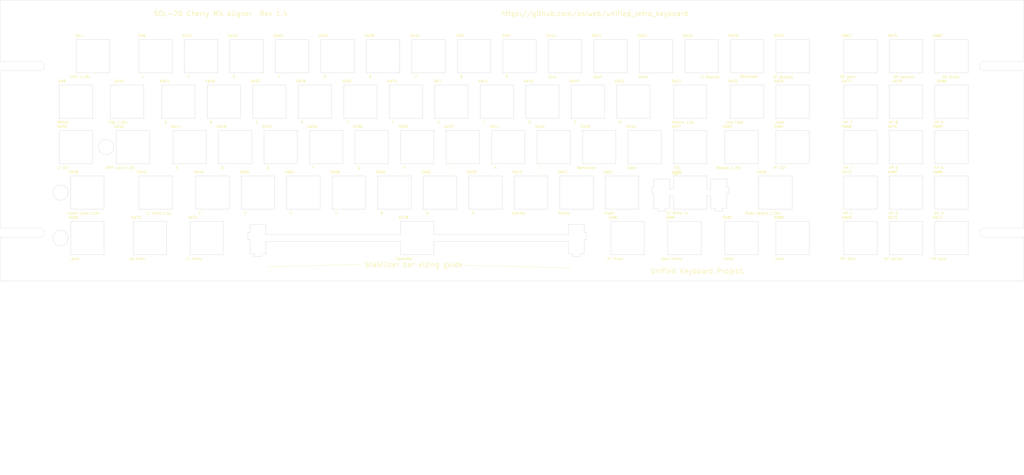
<source format=kicad_pcb>
(kicad_pcb (version 20171130) (host pcbnew "(5.1.6-0-10_14)")

  (general
    (thickness 1.6)
    (drawings 30)
    (tracks 0)
    (zones 0)
    (modules 96)
    (nets 1)
  )

  (page C)
  (title_block
    (title "Unified Retro Keyboard")
    (date 2019-08-25)
    (rev 1.1)
    (company OSIWeb.org)
    (comment 1 "Key aligner - Cherry")
  )

  (layers
    (0 F.Cu signal)
    (31 B.Cu signal)
    (32 B.Adhes user)
    (33 F.Adhes user)
    (34 B.Paste user)
    (35 F.Paste user)
    (36 B.SilkS user)
    (37 F.SilkS user)
    (38 B.Mask user)
    (39 F.Mask user)
    (40 Dwgs.User user)
    (41 Cmts.User user)
    (42 Eco1.User user)
    (43 Eco2.User user)
    (44 Edge.Cuts user)
    (45 Margin user)
    (46 B.CrtYd user)
    (47 F.CrtYd user)
    (48 B.Fab user)
    (49 F.Fab user)
  )

  (setup
    (last_trace_width 0.254)
    (user_trace_width 0.254)
    (user_trace_width 0.508)
    (user_trace_width 1.27)
    (trace_clearance 0.2)
    (zone_clearance 0.508)
    (zone_45_only no)
    (trace_min 0.2)
    (via_size 0.8128)
    (via_drill 0.4064)
    (via_min_size 0.4)
    (via_min_drill 0.3)
    (user_via 1.27 0.7112)
    (uvia_size 0.3048)
    (uvia_drill 0.1016)
    (uvias_allowed no)
    (uvia_min_size 0.2)
    (uvia_min_drill 0.1)
    (edge_width 0.05)
    (segment_width 0.2)
    (pcb_text_width 0.3)
    (pcb_text_size 1.5 1.5)
    (mod_edge_width 0.12)
    (mod_text_size 1 1)
    (mod_text_width 0.15)
    (pad_size 1.5875 1.5875)
    (pad_drill 1.5875)
    (pad_to_mask_clearance 0)
    (aux_axis_origin 61.4172 179.1081)
    (grid_origin 76.835 223.393)
    (visible_elements 7FFFEFFF)
    (pcbplotparams
      (layerselection 0x010fc_ffffffff)
      (usegerberextensions false)
      (usegerberattributes false)
      (usegerberadvancedattributes false)
      (creategerberjobfile false)
      (excludeedgelayer true)
      (linewidth 0.100000)
      (plotframeref false)
      (viasonmask false)
      (mode 1)
      (useauxorigin false)
      (hpglpennumber 1)
      (hpglpenspeed 20)
      (hpglpendiameter 15.000000)
      (psnegative false)
      (psa4output false)
      (plotreference true)
      (plotvalue true)
      (plotinvisibletext false)
      (padsonsilk false)
      (subtractmaskfromsilk false)
      (outputformat 1)
      (mirror false)
      (drillshape 0)
      (scaleselection 1)
      (outputdirectory "outputs"))
  )

  (net 0 "")

  (net_class Default "This is the default net class."
    (clearance 0.2)
    (trace_width 0.254)
    (via_dia 0.8128)
    (via_drill 0.4064)
    (uvia_dia 0.3048)
    (uvia_drill 0.1016)
    (diff_pair_width 0.2032)
    (diff_pair_gap 0.254)
  )

  (net_class power1 ""
    (clearance 0.254)
    (trace_width 1.27)
    (via_dia 1.27)
    (via_drill 0.7112)
    (uvia_dia 0.3048)
    (uvia_drill 0.1016)
    (diff_pair_width 0.2032)
    (diff_pair_gap 0.254)
  )

  (net_class signal ""
    (clearance 0.2032)
    (trace_width 0.254)
    (via_dia 0.8128)
    (via_drill 0.4064)
    (uvia_dia 0.3048)
    (uvia_drill 0.1016)
    (diff_pair_width 0.2032)
    (diff_pair_gap 0.254)
  )

  (module MountingHole:MountingHole_2.1mm (layer F.Cu) (tedit 5EDE6DCA) (tstamp 5EDE8AAF)
    (at 318.19342 219.21978)
    (descr "Mounting Hole 2.1mm, no annular")
    (tags "mounting hole 2.1mm no annular")
    (attr virtual)
    (fp_text reference REF** (at 0 -3.2) (layer F.SilkS) hide
      (effects (font (size 1 1) (thickness 0.15)))
    )
    (fp_text value "Stabilizer sizing hole" (at 0 3.2) (layer F.Fab)
      (effects (font (size 1 1) (thickness 0.15)))
    )
    (fp_text user Hole** (at 0.3 -2.54) (layer F.Fab)
      (effects (font (size 1 1) (thickness 0.15)))
    )
    (pad "" np_thru_hole circle (at 0 0) (size 1.5875 1.5875) (drill 1.5875) (layers *.Cu *.Mask))
  )

  (module MountingHole:MountingHole_2.1mm (layer F.Cu) (tedit 5EDE6DCA) (tstamp 5EDE8A15)
    (at 184.84342 219.21978)
    (descr "Mounting Hole 2.1mm, no annular")
    (tags "mounting hole 2.1mm no annular")
    (attr virtual)
    (fp_text reference REF** (at 0 -3.2) (layer F.SilkS) hide
      (effects (font (size 1 1) (thickness 0.15)))
    )
    (fp_text value "Stabilizer sizing hole" (at 0 3.2) (layer F.Fab)
      (effects (font (size 1 1) (thickness 0.15)))
    )
    (fp_text user Hole** (at 0.3 -2.54) (layer F.Fab)
      (effects (font (size 1 1) (thickness 0.15)))
    )
    (pad "" np_thru_hole circle (at 0 0) (size 1.5875 1.5875) (drill 1.5875) (layers *.Cu *.Mask))
  )

  (module unikbd:MX_2u_aligner locked (layer F.Cu) (tedit 5E8CCCF3) (tstamp 5E12D3B8)
    (at 365.75238 187.74156)
    (path /5BC3E99D/5BC6D0C2)
    (fp_text reference SW55 (at -5.7912 -8.6106) (layer F.SilkS)
      (effects (font (size 1 1) (thickness 0.15)))
    )
    (fp_text value "RT Shift: 2x" (at -5.334 8.6614) (layer F.SilkS)
      (effects (font (size 1 1) (thickness 0.15)))
    )
    (fp_line (start -6.985 -6.985) (end 6.985 -6.985) (layer Edge.Cuts) (width 0.12))
    (fp_line (start -6.985 -1.397) (end -6.985 -6.985) (layer Edge.Cuts) (width 0.12))
    (fp_line (start -8.6106 -5.6896) (end -8.6106 -1.397) (layer Edge.Cuts) (width 0.12))
    (fp_line (start -15.2654 -5.6896) (end -8.6106 -5.6896) (layer Edge.Cuts) (width 0.12))
    (fp_line (start -15.2654 -2.286) (end -15.2654 -5.6896) (layer Edge.Cuts) (width 0.12))
    (fp_line (start -16.129 -2.286) (end -15.2654 -2.286) (layer Edge.Cuts) (width 0.12))
    (fp_line (start -16.129 0.508) (end -16.129 -2.286) (layer Edge.Cuts) (width 0.12))
    (fp_line (start -15.2654 0.508) (end -16.129 0.508) (layer Edge.Cuts) (width 0.12))
    (fp_line (start -15.2654 6.604) (end -15.2654 0.508) (layer Edge.Cuts) (width 0.12))
    (fp_line (start -13.462 6.604) (end -15.2654 6.604) (layer Edge.Cuts) (width 0.12))
    (fp_line (start -13.462 7.7724) (end -13.462 6.604) (layer Edge.Cuts) (width 0.12))
    (fp_line (start -10.414 7.7724) (end -13.462 7.7724) (layer Edge.Cuts) (width 0.12))
    (fp_line (start -10.414 6.604) (end -10.414 7.7724) (layer Edge.Cuts) (width 0.12))
    (fp_line (start -8.6106 6.604) (end -10.414 6.604) (layer Edge.Cuts) (width 0.12))
    (fp_line (start -8.6106 1.397) (end -8.6106 6.604) (layer Edge.Cuts) (width 0.12))
    (fp_line (start -6.985 6.985) (end -6.985 1.397) (layer Edge.Cuts) (width 0.12))
    (fp_line (start 6.985 6.985) (end -6.985 6.985) (layer Edge.Cuts) (width 0.12))
    (fp_line (start 6.985 1.397) (end 6.985 6.985) (layer Edge.Cuts) (width 0.12))
    (fp_line (start 8.6106 6.604) (end 8.6106 1.397) (layer Edge.Cuts) (width 0.12))
    (fp_line (start 10.414 6.604) (end 8.6106 6.604) (layer Edge.Cuts) (width 0.12))
    (fp_line (start 10.414 7.7724) (end 10.414 6.604) (layer Edge.Cuts) (width 0.12))
    (fp_line (start 13.462 7.7724) (end 10.414 7.7724) (layer Edge.Cuts) (width 0.12))
    (fp_line (start 8.6106 -1.397) (end 8.6106 -5.6896) (layer Edge.Cuts) (width 0.12))
    (fp_line (start 8.6106 -5.6896) (end 15.2654 -5.6896) (layer Edge.Cuts) (width 0.12))
    (fp_line (start 6.985 -6.985) (end 6.985 -1.397) (layer Edge.Cuts) (width 0.12))
    (fp_line (start 13.462 6.604) (end 13.462 7.7724) (layer Edge.Cuts) (width 0.12))
    (fp_line (start 15.2654 6.604) (end 13.462 6.604) (layer Edge.Cuts) (width 0.12))
    (fp_line (start 15.2654 0.508) (end 15.2654 6.604) (layer Edge.Cuts) (width 0.12))
    (fp_line (start 16.129 0.508) (end 15.2654 0.508) (layer Edge.Cuts) (width 0.12))
    (fp_line (start 16.129 -2.286) (end 16.129 0.508) (layer Edge.Cuts) (width 0.12))
    (fp_line (start 15.2654 -2.286) (end 16.129 -2.286) (layer Edge.Cuts) (width 0.12))
    (fp_line (start 15.2654 -5.6896) (end 15.2654 -2.286) (layer Edge.Cuts) (width 0.12))
    (fp_line (start -8.6106 1.397) (end -6.985 1.397) (layer Edge.Cuts) (width 0.12))
    (fp_line (start -8.6106 -1.397) (end -6.985 -1.397) (layer Edge.Cuts) (width 0.12))
    (fp_line (start 6.985 -1.397) (end 8.6106 -1.397) (layer Edge.Cuts) (width 0.12))
    (fp_line (start 6.985 1.397) (end 8.6106 1.397) (layer Edge.Cuts) (width 0.12))
    (fp_text user SW** (at -5.334 -7.874) (layer F.SilkS)
      (effects (font (size 1 1) (thickness 0.15)))
    )
    (fp_text user MX_space_aligner (at -0.6096 7.9248) (layer B.Fab)
      (effects (font (size 1 1) (thickness 0.15)))
    )
  )

  (module unikbd:Key_MX_Aligner locked (layer F.Cu) (tedit 5E75767C) (tstamp 5E12D408)
    (at 401.47113 187.74156)
    (path /5BC3E99D/5BC6D0C9)
    (fp_text reference SW59 (at -5.7912 -8.6106) (layer F.SilkS)
      (effects (font (size 1 1) (thickness 0.15)))
    )
    (fp_text value "Mode Select: 1.75x" (at -5.334 8.6614) (layer F.SilkS)
      (effects (font (size 1 1) (thickness 0.15)))
    )
    (fp_line (start -6.985 6.985) (end 6.985 6.985) (layer Edge.Cuts) (width 0.12))
    (fp_line (start -6.985 -6.985) (end 6.985 -6.985) (layer Edge.Cuts) (width 0.12))
    (fp_line (start 6.985 6.985) (end 6.985 -6.985) (layer Edge.Cuts) (width 0.12))
    (fp_line (start -6.985 -6.985) (end -6.985 6.985) (layer Edge.Cuts) (width 0.12))
  )

  (module unikbd:Key_MX_Aligner locked (layer F.Cu) (tedit 5E75767C) (tstamp 5E12D458)
    (at 251.45238 168.69156)
    (path /5BC3E99D/5BC3FF70)
    (fp_text reference SW63 (at -5.7912 -8.6106) (layer F.SilkS)
      (effects (font (size 1 1) (thickness 0.15)))
    )
    (fp_text value H (at -5.334 8.6614) (layer F.SilkS)
      (effects (font (size 1 1) (thickness 0.15)))
    )
    (fp_line (start -6.985 6.985) (end 6.985 6.985) (layer Edge.Cuts) (width 0.12))
    (fp_line (start -6.985 -6.985) (end 6.985 -6.985) (layer Edge.Cuts) (width 0.12))
    (fp_line (start 6.985 6.985) (end 6.985 -6.985) (layer Edge.Cuts) (width 0.12))
    (fp_line (start -6.985 -6.985) (end -6.985 6.985) (layer Edge.Cuts) (width 0.12))
  )

  (module unikbd:Key_MX_Aligner locked (layer F.Cu) (tedit 5E75767C) (tstamp 5E12D41C)
    (at 232.40238 168.69156)
    (path /5BC3E99D/5BC3FF77)
    (fp_text reference SW60 (at -5.7912 -8.6106) (layer F.SilkS)
      (effects (font (size 1 1) (thickness 0.15)))
    )
    (fp_text value G (at -5.334 8.6614) (layer F.SilkS)
      (effects (font (size 1 1) (thickness 0.15)))
    )
    (fp_line (start -6.985 6.985) (end 6.985 6.985) (layer Edge.Cuts) (width 0.12))
    (fp_line (start -6.985 -6.985) (end 6.985 -6.985) (layer Edge.Cuts) (width 0.12))
    (fp_line (start 6.985 6.985) (end 6.985 -6.985) (layer Edge.Cuts) (width 0.12))
    (fp_line (start -6.985 -6.985) (end -6.985 6.985) (layer Edge.Cuts) (width 0.12))
  )

  (module unikbd:Key_MX_Aligner locked (layer F.Cu) (tedit 5E75767C) (tstamp 5E12D430)
    (at 387.18363 168.69156)
    (path /5BC3E99D/5BC6CD87)
    (fp_text reference SW61 (at -5.7912 -8.6106) (layer F.SilkS)
      (effects (font (size 1 1) (thickness 0.15)))
    )
    (fp_text value "Repeat: 1.25x" (at -5.334 8.6614) (layer F.SilkS)
      (effects (font (size 1 1) (thickness 0.15)))
    )
    (fp_line (start -6.985 6.985) (end 6.985 6.985) (layer Edge.Cuts) (width 0.12))
    (fp_line (start -6.985 -6.985) (end 6.985 -6.985) (layer Edge.Cuts) (width 0.12))
    (fp_line (start 6.985 6.985) (end 6.985 -6.985) (layer Edge.Cuts) (width 0.12))
    (fp_line (start -6.985 -6.985) (end -6.985 6.985) (layer Edge.Cuts) (width 0.12))
  )

  (module unikbd:Key_MX_Aligner locked (layer F.Cu) (tedit 5E75767C) (tstamp 5E12D3CC)
    (at 213.35238 168.69156)
    (path /5BC3E99D/5BC3FF69)
    (fp_text reference SW56 (at -5.7912 -8.6106) (layer F.SilkS)
      (effects (font (size 1 1) (thickness 0.15)))
    )
    (fp_text value F (at -5.334 8.6614) (layer F.SilkS)
      (effects (font (size 1 1) (thickness 0.15)))
    )
    (fp_line (start -6.985 6.985) (end 6.985 6.985) (layer Edge.Cuts) (width 0.12))
    (fp_line (start -6.985 -6.985) (end 6.985 -6.985) (layer Edge.Cuts) (width 0.12))
    (fp_line (start 6.985 6.985) (end 6.985 -6.985) (layer Edge.Cuts) (width 0.12))
    (fp_line (start -6.985 -6.985) (end -6.985 6.985) (layer Edge.Cuts) (width 0.12))
  )

  (module unikbd:Key_MX_Aligner locked (layer F.Cu) (tedit 5E75767C) (tstamp 5E12D46C)
    (at 408.61488 168.69156)
    (path /5BC3E99D/5BC6CD80)
    (fp_text reference SW64 (at -5.7912 -8.6106) (layer F.SilkS)
      (effects (font (size 1 1) (thickness 0.15)))
    )
    (fp_text value "RT Ctrl" (at -5.334 8.6614) (layer F.SilkS)
      (effects (font (size 1 1) (thickness 0.15)))
    )
    (fp_line (start -6.985 6.985) (end 6.985 6.985) (layer Edge.Cuts) (width 0.12))
    (fp_line (start -6.985 -6.985) (end 6.985 -6.985) (layer Edge.Cuts) (width 0.12))
    (fp_line (start 6.985 6.985) (end 6.985 -6.985) (layer Edge.Cuts) (width 0.12))
    (fp_line (start -6.985 -6.985) (end -6.985 6.985) (layer Edge.Cuts) (width 0.12))
  )

  (module unikbd:Key_MX_Aligner locked (layer F.Cu) (tedit 5E75767C) (tstamp 5E12D250)
    (at 270.50238 168.69156)
    (path /5BC3E99D/5E1BE11F)
    (fp_text reference SW37 (at -5.7912 -8.6106) (layer F.SilkS)
      (effects (font (size 1 1) (thickness 0.15)))
    )
    (fp_text value J (at -5.334 8.6614) (layer F.SilkS)
      (effects (font (size 1 1) (thickness 0.15)))
    )
    (fp_line (start -6.985 6.985) (end 6.985 6.985) (layer Edge.Cuts) (width 0.12))
    (fp_line (start -6.985 -6.985) (end 6.985 -6.985) (layer Edge.Cuts) (width 0.12))
    (fp_line (start 6.985 6.985) (end 6.985 -6.985) (layer Edge.Cuts) (width 0.12))
    (fp_line (start -6.985 -6.985) (end -6.985 6.985) (layer Edge.Cuts) (width 0.12))
  )

  (module unikbd:Key_MX_Aligner locked (layer F.Cu) (tedit 5E75767C) (tstamp 5E12D55C)
    (at 456.11288 168.69156)
    (path /5E16AC8E/5E1BE10C)
    (fp_text reference SW76 (at -5.7912 -8.6106) (layer F.SilkS)
      (effects (font (size 1 1) (thickness 0.15)))
    )
    (fp_text value "NP 5" (at -5.334 8.6614) (layer F.SilkS)
      (effects (font (size 1 1) (thickness 0.15)))
    )
    (fp_line (start -6.985 6.985) (end 6.985 6.985) (layer Edge.Cuts) (width 0.12))
    (fp_line (start -6.985 -6.985) (end 6.985 -6.985) (layer Edge.Cuts) (width 0.12))
    (fp_line (start 6.985 6.985) (end 6.985 -6.985) (layer Edge.Cuts) (width 0.12))
    (fp_line (start -6.985 -6.985) (end -6.985 6.985) (layer Edge.Cuts) (width 0.12))
  )

  (module unikbd:Key_MX_Aligner locked (layer F.Cu) (tedit 5E75767C) (tstamp 5E12D28C)
    (at 132.38988 168.69156)
    (path /5BC3E99D/5BC3FD26)
    (fp_text reference SW40 (at -5.7912 -8.6106) (layer F.SilkS)
      (effects (font (size 1 1) (thickness 0.15)))
    )
    (fp_text value "Shift Lock: 1.5x" (at -5.334 8.6614) (layer F.SilkS)
      (effects (font (size 1 1) (thickness 0.15)))
    )
    (fp_line (start -6.985 6.985) (end 6.985 6.985) (layer Edge.Cuts) (width 0.12))
    (fp_line (start -6.985 -6.985) (end 6.985 -6.985) (layer Edge.Cuts) (width 0.12))
    (fp_line (start 6.985 6.985) (end 6.985 -6.985) (layer Edge.Cuts) (width 0.12))
    (fp_line (start -6.985 -6.985) (end -6.985 6.985) (layer Edge.Cuts) (width 0.12))
  )

  (module unikbd:Key_MX_Aligner locked (layer F.Cu) (tedit 5E75767C) (tstamp 5E12D2A0)
    (at 289.55238 168.69156)
    (path /5BC3E99D/5BC6CD5D)
    (fp_text reference SW41 (at -5.7912 -8.6106) (layer F.SilkS)
      (effects (font (size 1 1) (thickness 0.15)))
    )
    (fp_text value K (at -5.334 8.6614) (layer F.SilkS)
      (effects (font (size 1 1) (thickness 0.15)))
    )
    (fp_line (start -6.985 6.985) (end 6.985 6.985) (layer Edge.Cuts) (width 0.12))
    (fp_line (start -6.985 -6.985) (end 6.985 -6.985) (layer Edge.Cuts) (width 0.12))
    (fp_line (start 6.985 6.985) (end 6.985 -6.985) (layer Edge.Cuts) (width 0.12))
    (fp_line (start -6.985 -6.985) (end -6.985 6.985) (layer Edge.Cuts) (width 0.12))
  )

  (module unikbd:Key_MX_Aligner locked (layer F.Cu) (tedit 5E75767C) (tstamp 5E12D2DC)
    (at 156.20238 168.69156)
    (path /5BC3E99D/5BC3FE57)
    (fp_text reference SW44 (at -5.7912 -8.6106) (layer F.SilkS)
      (effects (font (size 1 1) (thickness 0.15)))
    )
    (fp_text value A (at -5.334 8.6614) (layer F.SilkS)
      (effects (font (size 1 1) (thickness 0.15)))
    )
    (fp_line (start -6.985 6.985) (end 6.985 6.985) (layer Edge.Cuts) (width 0.12))
    (fp_line (start -6.985 -6.985) (end 6.985 -6.985) (layer Edge.Cuts) (width 0.12))
    (fp_line (start 6.985 6.985) (end 6.985 -6.985) (layer Edge.Cuts) (width 0.12))
    (fp_line (start -6.985 -6.985) (end -6.985 6.985) (layer Edge.Cuts) (width 0.12))
  )

  (module unikbd:Key_MX_Aligner locked (layer F.Cu) (tedit 5E75767C) (tstamp 5E12D2F0)
    (at 308.60238 168.69156)
    (path /5BC3E99D/5BC6CD6B)
    (fp_text reference SW45 (at -5.7912 -8.6106) (layer F.SilkS)
      (effects (font (size 1 1) (thickness 0.15)))
    )
    (fp_text value L (at -5.334 8.6614) (layer F.SilkS)
      (effects (font (size 1 1) (thickness 0.15)))
    )
    (fp_line (start -6.985 6.985) (end 6.985 6.985) (layer Edge.Cuts) (width 0.12))
    (fp_line (start -6.985 -6.985) (end 6.985 -6.985) (layer Edge.Cuts) (width 0.12))
    (fp_line (start 6.985 6.985) (end 6.985 -6.985) (layer Edge.Cuts) (width 0.12))
    (fp_line (start -6.985 -6.985) (end -6.985 6.985) (layer Edge.Cuts) (width 0.12))
  )

  (module unikbd:Key_MX_Aligner locked (layer F.Cu) (tedit 5E75767C) (tstamp 5E12D32C)
    (at 175.25238 168.69156)
    (path /5BC3E99D/5E1BE11D)
    (fp_text reference SW48 (at -5.7912 -8.6106) (layer F.SilkS)
      (effects (font (size 1 1) (thickness 0.15)))
    )
    (fp_text value S (at -5.334 8.6614) (layer F.SilkS)
      (effects (font (size 1 1) (thickness 0.15)))
    )
    (fp_line (start -6.985 6.985) (end 6.985 6.985) (layer Edge.Cuts) (width 0.12))
    (fp_line (start -6.985 -6.985) (end 6.985 -6.985) (layer Edge.Cuts) (width 0.12))
    (fp_line (start 6.985 6.985) (end 6.985 -6.985) (layer Edge.Cuts) (width 0.12))
    (fp_line (start -6.985 -6.985) (end -6.985 6.985) (layer Edge.Cuts) (width 0.12))
  )

  (module unikbd:Key_MX_Aligner locked (layer F.Cu) (tedit 5E75767C) (tstamp 5E12D340)
    (at 327.65238 168.69156)
    (path /5BC3E99D/5BC6CD64)
    (fp_text reference SW49 (at -5.7912 -8.6106) (layer F.SilkS)
      (effects (font (size 1 1) (thickness 0.15)))
    )
    (fp_text value Semicolon (at -5.334 8.6614) (layer F.SilkS)
      (effects (font (size 1 1) (thickness 0.15)))
    )
    (fp_line (start -6.985 6.985) (end 6.985 6.985) (layer Edge.Cuts) (width 0.12))
    (fp_line (start -6.985 -6.985) (end 6.985 -6.985) (layer Edge.Cuts) (width 0.12))
    (fp_line (start 6.985 6.985) (end 6.985 -6.985) (layer Edge.Cuts) (width 0.12))
    (fp_line (start -6.985 -6.985) (end -6.985 6.985) (layer Edge.Cuts) (width 0.12))
  )

  (module unikbd:Key_MX_Aligner locked (layer F.Cu) (tedit 5E75767C) (tstamp 5E12D37C)
    (at 194.30238 168.69156)
    (path /5BC3E99D/5E0AC938)
    (fp_text reference SW52 (at -5.7912 -8.6106) (layer F.SilkS)
      (effects (font (size 1 1) (thickness 0.15)))
    )
    (fp_text value D (at -5.334 8.6614) (layer F.SilkS)
      (effects (font (size 1 1) (thickness 0.15)))
    )
    (fp_line (start -6.985 6.985) (end 6.985 6.985) (layer Edge.Cuts) (width 0.12))
    (fp_line (start -6.985 -6.985) (end 6.985 -6.985) (layer Edge.Cuts) (width 0.12))
    (fp_line (start 6.985 6.985) (end 6.985 -6.985) (layer Edge.Cuts) (width 0.12))
    (fp_line (start -6.985 -6.985) (end -6.985 6.985) (layer Edge.Cuts) (width 0.12))
  )

  (module unikbd:Key_MX_Aligner locked (layer F.Cu) (tedit 5E75767C) (tstamp 5E12D390)
    (at 346.70238 168.69156)
    (path /5BC3E99D/5BC6CD72)
    (fp_text reference SW53 (at -5.7912 -8.6106) (layer F.SilkS)
      (effects (font (size 1 1) (thickness 0.15)))
    )
    (fp_text value Colon (at -5.334 8.6614) (layer F.SilkS)
      (effects (font (size 1 1) (thickness 0.15)))
    )
    (fp_line (start -6.985 6.985) (end 6.985 6.985) (layer Edge.Cuts) (width 0.12))
    (fp_line (start -6.985 -6.985) (end 6.985 -6.985) (layer Edge.Cuts) (width 0.12))
    (fp_line (start 6.985 6.985) (end 6.985 -6.985) (layer Edge.Cuts) (width 0.12))
    (fp_line (start -6.985 -6.985) (end -6.985 6.985) (layer Edge.Cuts) (width 0.12))
  )

  (module unikbd:Key_MX_Aligner locked (layer F.Cu) (tedit 5E75767C) (tstamp 5E12D4BC)
    (at 437.06288 168.69156)
    (path /5E16AC8E/5E1BE109)
    (fp_text reference SW68 (at -5.7912 -8.6106) (layer F.SilkS)
      (effects (font (size 1 1) (thickness 0.15)))
    )
    (fp_text value "NP 4" (at -5.334 8.6614) (layer F.SilkS)
      (effects (font (size 1 1) (thickness 0.15)))
    )
    (fp_line (start -6.985 6.985) (end 6.985 6.985) (layer Edge.Cuts) (width 0.12))
    (fp_line (start -6.985 -6.985) (end 6.985 -6.985) (layer Edge.Cuts) (width 0.12))
    (fp_line (start 6.985 6.985) (end 6.985 -6.985) (layer Edge.Cuts) (width 0.12))
    (fp_line (start -6.985 -6.985) (end -6.985 6.985) (layer Edge.Cuts) (width 0.12))
  )

  (module unikbd:Key_MX_Aligner locked (layer F.Cu) (tedit 5E75767C) (tstamp 5E12D5E8)
    (at 475.16288 168.69156)
    (path /5E16AC8E/5E1BE10D)
    (fp_text reference SW83 (at -5.7912 -8.6106) (layer F.SilkS)
      (effects (font (size 1 1) (thickness 0.15)))
    )
    (fp_text value "NP 6" (at -5.334 8.6614) (layer F.SilkS)
      (effects (font (size 1 1) (thickness 0.15)))
    )
    (fp_line (start -6.985 6.985) (end 6.985 6.985) (layer Edge.Cuts) (width 0.12))
    (fp_line (start -6.985 -6.985) (end 6.985 -6.985) (layer Edge.Cuts) (width 0.12))
    (fp_line (start 6.985 6.985) (end 6.985 -6.985) (layer Edge.Cuts) (width 0.12))
    (fp_line (start -6.985 -6.985) (end -6.985 6.985) (layer Edge.Cuts) (width 0.12))
  )

  (module unikbd:Key_MX_Aligner locked (layer F.Cu) (tedit 5E75767C) (tstamp 5E12D3E0)
    (at 365.75238 168.69156)
    (path /5BC3E99D/5BC6CD79)
    (fp_text reference SW57 (at -5.7912 -8.6106) (layer F.SilkS)
      (effects (font (size 1 1) (thickness 0.15)))
    )
    (fp_text value DEL (at -5.334 8.6614) (layer F.SilkS)
      (effects (font (size 1 1) (thickness 0.15)))
    )
    (fp_line (start -6.985 6.985) (end 6.985 6.985) (layer Edge.Cuts) (width 0.12))
    (fp_line (start -6.985 -6.985) (end 6.985 -6.985) (layer Edge.Cuts) (width 0.12))
    (fp_line (start 6.985 6.985) (end 6.985 -6.985) (layer Edge.Cuts) (width 0.12))
    (fp_line (start -6.985 -6.985) (end -6.985 6.985) (layer Edge.Cuts) (width 0.12))
  )

  (module unikbd:Key_MX_Aligner locked (layer F.Cu) (tedit 5E75767C) (tstamp 5E12D3A4)
    (at 203.82738 187.74156)
    (path /5BC3E99D/5BC6CEF2)
    (fp_text reference SW54 (at -5.7912 -8.6106) (layer F.SilkS)
      (effects (font (size 1 1) (thickness 0.15)))
    )
    (fp_text value C (at -5.334 8.6614) (layer F.SilkS)
      (effects (font (size 1 1) (thickness 0.15)))
    )
    (fp_line (start -6.985 6.985) (end 6.985 6.985) (layer Edge.Cuts) (width 0.12))
    (fp_line (start -6.985 -6.985) (end 6.985 -6.985) (layer Edge.Cuts) (width 0.12))
    (fp_line (start 6.985 6.985) (end 6.985 -6.985) (layer Edge.Cuts) (width 0.12))
    (fp_line (start -6.985 -6.985) (end -6.985 6.985) (layer Edge.Cuts) (width 0.12))
  )

  (module unikbd:Key_MX_Aligner locked (layer F.Cu) (tedit 5E75767C) (tstamp 5E6EC726)
    (at 163.34613 206.79156)
    (path /5E16AC8E/5E1BE0F6)
    (fp_text reference SW74 (at -5.7912 -8.6106) (layer F.SilkS)
      (effects (font (size 1 1) (thickness 0.15)))
    )
    (fp_text value "LT Arrow" (at -5.334 8.6614) (layer F.SilkS)
      (effects (font (size 1 1) (thickness 0.15)))
    )
    (fp_line (start -6.985 6.985) (end 6.985 6.985) (layer Edge.Cuts) (width 0.12))
    (fp_line (start -6.985 -6.985) (end 6.985 -6.985) (layer Edge.Cuts) (width 0.12))
    (fp_line (start 6.985 6.985) (end 6.985 -6.985) (layer Edge.Cuts) (width 0.12))
    (fp_line (start -6.985 -6.985) (end -6.985 6.985) (layer Edge.Cuts) (width 0.12))
  )

  (module unikbd:Key_MX_Aligner locked (layer F.Cu) (tedit 5E75767C) (tstamp 5E120789)
    (at 475.16288 149.64156)
    (path /5E16AC8E/5E1BE103)
    (fp_text reference SW85 (at -4.03098 -8.56996) (layer F.SilkS)
      (effects (font (size 1 1) (thickness 0.15)))
    )
    (fp_text value "NP 9" (at -5.334 8.6614) (layer F.SilkS)
      (effects (font (size 1 1) (thickness 0.15)))
    )
    (fp_line (start -6.985 6.985) (end 6.985 6.985) (layer Edge.Cuts) (width 0.12))
    (fp_line (start -6.985 -6.985) (end 6.985 -6.985) (layer Edge.Cuts) (width 0.12))
    (fp_line (start 6.985 6.985) (end 6.985 -6.985) (layer Edge.Cuts) (width 0.12))
    (fp_line (start -6.985 -6.985) (end -6.985 6.985) (layer Edge.Cuts) (width 0.12))
  )

  (module unikbd:Key_MX_Aligner locked (layer F.Cu) (tedit 5E75767C) (tstamp 5E12D1C4)
    (at 227.63988 149.64156)
    (path /5BC3EA0A/5BCAF420)
    (fp_text reference SW30 (at -5.7912 -8.6106) (layer F.SilkS)
      (effects (font (size 1 1) (thickness 0.15)))
    )
    (fp_text value T (at -5.334 8.6614) (layer F.SilkS)
      (effects (font (size 1 1) (thickness 0.15)))
    )
    (fp_line (start -6.985 6.985) (end 6.985 6.985) (layer Edge.Cuts) (width 0.12))
    (fp_line (start -6.985 -6.985) (end 6.985 -6.985) (layer Edge.Cuts) (width 0.12))
    (fp_line (start 6.985 6.985) (end 6.985 -6.985) (layer Edge.Cuts) (width 0.12))
    (fp_line (start -6.985 -6.985) (end -6.985 6.985) (layer Edge.Cuts) (width 0.12))
  )

  (module unikbd:Key_MX_Aligner locked (layer F.Cu) (tedit 5E75767C) (tstamp 5E12D64C)
    (at 408.61488 206.79156)
    (path /5E16AC8E/5E1BE0F8)
    (fp_text reference SW88 (at -5.7912 -8.6106) (layer F.SilkS)
      (effects (font (size 1 1) (thickness 0.15)))
    )
    (fp_text value Clear (at -5.334 8.6614) (layer F.SilkS)
      (effects (font (size 1 1) (thickness 0.15)))
    )
    (fp_line (start -6.985 6.985) (end 6.985 6.985) (layer Edge.Cuts) (width 0.12))
    (fp_line (start -6.985 -6.985) (end 6.985 -6.985) (layer Edge.Cuts) (width 0.12))
    (fp_line (start 6.985 6.985) (end 6.985 -6.985) (layer Edge.Cuts) (width 0.12))
    (fp_line (start -6.985 -6.985) (end -6.985 6.985) (layer Edge.Cuts) (width 0.12))
  )

  (module unikbd:Key_MX_Aligner locked (layer F.Cu) (tedit 5E75767C) (tstamp 5E12D638)
    (at 387.18363 206.79156)
    (path /5E16AC8E/5E1BE0F9)
    (fp_text reference SW87 (at -5.7912 -8.6106) (layer F.SilkS)
      (effects (font (size 1 1) (thickness 0.15)))
    )
    (fp_text value Home (at -5.334 8.6614) (layer F.SilkS)
      (effects (font (size 1 1) (thickness 0.15)))
    )
    (fp_line (start -6.985 6.985) (end 6.985 6.985) (layer Edge.Cuts) (width 0.12))
    (fp_line (start -6.985 -6.985) (end 6.985 -6.985) (layer Edge.Cuts) (width 0.12))
    (fp_line (start 6.985 6.985) (end 6.985 -6.985) (layer Edge.Cuts) (width 0.12))
    (fp_line (start -6.985 -6.985) (end -6.985 6.985) (layer Edge.Cuts) (width 0.12))
  )

  (module unikbd:Key_MX_Aligner locked (layer F.Cu) (tedit 5E75767C) (tstamp 5E12D624)
    (at 475.16288 187.74156)
    (path /5E16AC8E/5E1BE10E)
    (fp_text reference SW86 (at -5.7912 -8.6106) (layer F.SilkS)
      (effects (font (size 1 1) (thickness 0.15)))
    )
    (fp_text value "NP 3" (at -5.334 8.6614) (layer F.SilkS)
      (effects (font (size 1 1) (thickness 0.15)))
    )
    (fp_line (start -6.985 6.985) (end 6.985 6.985) (layer Edge.Cuts) (width 0.12))
    (fp_line (start -6.985 -6.985) (end 6.985 -6.985) (layer Edge.Cuts) (width 0.12))
    (fp_line (start 6.985 6.985) (end 6.985 -6.985) (layer Edge.Cuts) (width 0.12))
    (fp_line (start -6.985 -6.985) (end -6.985 6.985) (layer Edge.Cuts) (width 0.12))
  )

  (module unikbd:Key_MX_Aligner locked (layer F.Cu) (tedit 5E75767C) (tstamp 5E12D5FC)
    (at 363.37113 206.79156)
    (path /5E16AC8E/5E1BE0F7)
    (fp_text reference SW84 (at -5.7912 -8.6106) (layer F.SilkS)
      (effects (font (size 1 1) (thickness 0.15)))
    )
    (fp_text value "Down Arrow" (at -5.334 8.6614) (layer F.SilkS)
      (effects (font (size 1 1) (thickness 0.15)))
    )
    (fp_line (start -6.985 6.985) (end 6.985 6.985) (layer Edge.Cuts) (width 0.12))
    (fp_line (start -6.985 -6.985) (end 6.985 -6.985) (layer Edge.Cuts) (width 0.12))
    (fp_line (start 6.985 6.985) (end 6.985 -6.985) (layer Edge.Cuts) (width 0.12))
    (fp_line (start -6.985 -6.985) (end -6.985 6.985) (layer Edge.Cuts) (width 0.12))
  )

  (module unikbd:Key_MX_Aligner locked (layer F.Cu) (tedit 5E75767C) (tstamp 5E12D5D4)
    (at 475.16288 130.59156)
    (path /5E16AC8E/5E1BE102)
    (fp_text reference SW82 (at -5.7912 -8.6106) (layer F.SilkS)
      (effects (font (size 1 1) (thickness 0.15)))
    )
    (fp_text value "NP divide" (at -0.29718 8.72744) (layer F.SilkS)
      (effects (font (size 1 1) (thickness 0.15)))
    )
    (fp_line (start -6.985 6.985) (end 6.985 6.985) (layer Edge.Cuts) (width 0.12))
    (fp_line (start -6.985 -6.985) (end 6.985 -6.985) (layer Edge.Cuts) (width 0.12))
    (fp_line (start 6.985 6.985) (end 6.985 -6.985) (layer Edge.Cuts) (width 0.12))
    (fp_line (start -6.985 -6.985) (end -6.985 6.985) (layer Edge.Cuts) (width 0.12))
  )

  (module unikbd:Key_MX_Aligner locked (layer F.Cu) (tedit 5E75767C) (tstamp 5E10B4C4)
    (at 339.55863 206.79156)
    (path /5E16AC8E/5E1BE119)
    (fp_text reference SW81 (at -5.7912 -8.6106) (layer F.SilkS)
      (effects (font (size 1 1) (thickness 0.15)))
    )
    (fp_text value "RT Arrow" (at -5.334 8.6614) (layer F.SilkS)
      (effects (font (size 1 1) (thickness 0.15)))
    )
    (fp_line (start -6.985 6.985) (end 6.985 6.985) (layer Edge.Cuts) (width 0.12))
    (fp_line (start -6.985 -6.985) (end 6.985 -6.985) (layer Edge.Cuts) (width 0.12))
    (fp_line (start 6.985 6.985) (end 6.985 -6.985) (layer Edge.Cuts) (width 0.12))
    (fp_line (start -6.985 -6.985) (end -6.985 6.985) (layer Edge.Cuts) (width 0.12))
  )

  (module unikbd:Key_MX_Aligner locked (layer F.Cu) (tedit 5E75767C) (tstamp 5E12D5AC)
    (at 456.11288 187.74156)
    (path /5E16AC8E/5E1BE10B)
    (fp_text reference SW80 (at -5.7912 -8.6106) (layer F.SilkS)
      (effects (font (size 1 1) (thickness 0.15)))
    )
    (fp_text value "NP 2" (at -5.334 8.6614) (layer F.SilkS)
      (effects (font (size 1 1) (thickness 0.15)))
    )
    (fp_line (start -6.985 6.985) (end 6.985 6.985) (layer Edge.Cuts) (width 0.12))
    (fp_line (start -6.985 -6.985) (end 6.985 -6.985) (layer Edge.Cuts) (width 0.12))
    (fp_line (start 6.985 6.985) (end 6.985 -6.985) (layer Edge.Cuts) (width 0.12))
    (fp_line (start -6.985 -6.985) (end -6.985 6.985) (layer Edge.Cuts) (width 0.12))
  )

  (module unikbd:Key_MX_Aligner locked (layer F.Cu) (tedit 5E75767C) (tstamp 5E12D598)
    (at 456.11288 149.64156)
    (path /5E16AC8E/5E1BE100)
    (fp_text reference SW79 (at -3.75158 -8.56996) (layer F.SilkS)
      (effects (font (size 1 1) (thickness 0.15)))
    )
    (fp_text value "NP 8" (at -5.334 8.6614) (layer F.SilkS)
      (effects (font (size 1 1) (thickness 0.15)))
    )
    (fp_line (start -6.985 6.985) (end 6.985 6.985) (layer Edge.Cuts) (width 0.12))
    (fp_line (start -6.985 -6.985) (end 6.985 -6.985) (layer Edge.Cuts) (width 0.12))
    (fp_line (start 6.985 6.985) (end 6.985 -6.985) (layer Edge.Cuts) (width 0.12))
    (fp_line (start -6.985 -6.985) (end -6.985 6.985) (layer Edge.Cuts) (width 0.12))
  )

  (module unikbd:Key_MX_Aligner locked (layer F.Cu) (tedit 5E75767C) (tstamp 5E12D570)
    (at 475.16288 206.79156)
    (path /5E16AC8E/5E1BE116)
    (fp_text reference SW77 (at -5.7912 -8.6106) (layer F.SilkS)
      (effects (font (size 1 1) (thickness 0.15)))
    )
    (fp_text value "NP plus" (at -5.334 8.6614) (layer F.SilkS)
      (effects (font (size 1 1) (thickness 0.15)))
    )
    (fp_line (start -6.985 6.985) (end 6.985 6.985) (layer Edge.Cuts) (width 0.12))
    (fp_line (start -6.985 -6.985) (end 6.985 -6.985) (layer Edge.Cuts) (width 0.12))
    (fp_line (start 6.985 6.985) (end 6.985 -6.985) (layer Edge.Cuts) (width 0.12))
    (fp_line (start -6.985 -6.985) (end -6.985 6.985) (layer Edge.Cuts) (width 0.12))
  )

  (module unikbd:Key_MX_Aligner locked (layer F.Cu) (tedit 5E75767C) (tstamp 5E114E20)
    (at 456.11288 130.59156)
    (path /5E16AC8E/5E1BE101)
    (fp_text reference SW75 (at -5.7912 -8.6106) (layer F.SilkS)
      (effects (font (size 1 1) (thickness 0.15)))
    )
    (fp_text value "NP asterisk" (at -0.88138 8.72744) (layer F.SilkS)
      (effects (font (size 1 1) (thickness 0.15)))
    )
    (fp_line (start -6.985 6.985) (end 6.985 6.985) (layer Edge.Cuts) (width 0.12))
    (fp_line (start -6.985 -6.985) (end 6.985 -6.985) (layer Edge.Cuts) (width 0.12))
    (fp_line (start 6.985 6.985) (end 6.985 -6.985) (layer Edge.Cuts) (width 0.12))
    (fp_line (start -6.985 -6.985) (end -6.985 6.985) (layer Edge.Cuts) (width 0.12))
  )

  (module unikbd:Key_MX_Aligner locked (layer F.Cu) (tedit 5E75767C) (tstamp 5E12D520)
    (at 456.11288 206.79156)
    (path /5E16AC8E/5BC6D0AD)
    (fp_text reference SW73 (at -5.7912 -8.6106) (layer F.SilkS)
      (effects (font (size 1 1) (thickness 0.15)))
    )
    (fp_text value "NP period" (at -5.334 8.6614) (layer F.SilkS)
      (effects (font (size 1 1) (thickness 0.15)))
    )
    (fp_line (start -6.985 6.985) (end 6.985 6.985) (layer Edge.Cuts) (width 0.12))
    (fp_line (start -6.985 -6.985) (end 6.985 -6.985) (layer Edge.Cuts) (width 0.12))
    (fp_line (start 6.985 6.985) (end 6.985 -6.985) (layer Edge.Cuts) (width 0.12))
    (fp_line (start -6.985 -6.985) (end -6.985 6.985) (layer Edge.Cuts) (width 0.12))
  )

  (module unikbd:Key_MX_Aligner locked (layer F.Cu) (tedit 5E75767C) (tstamp 5E12D50C)
    (at 437.06288 187.74156)
    (path /5E16AC8E/5E1BE10A)
    (fp_text reference SW72 (at -5.7912 -8.6106) (layer F.SilkS)
      (effects (font (size 1 1) (thickness 0.15)))
    )
    (fp_text value "NP 1" (at -5.334 8.6614) (layer F.SilkS)
      (effects (font (size 1 1) (thickness 0.15)))
    )
    (fp_line (start -6.985 6.985) (end 6.985 6.985) (layer Edge.Cuts) (width 0.12))
    (fp_line (start -6.985 -6.985) (end 6.985 -6.985) (layer Edge.Cuts) (width 0.12))
    (fp_line (start 6.985 6.985) (end 6.985 -6.985) (layer Edge.Cuts) (width 0.12))
    (fp_line (start -6.985 -6.985) (end -6.985 6.985) (layer Edge.Cuts) (width 0.12))
  )

  (module unikbd:Key_MX_Aligner locked (layer F.Cu) (tedit 5E75767C) (tstamp 5E12D4F8)
    (at 437.06288 149.64156)
    (path /5E16AC8E/5E1BE0FF)
    (fp_text reference SW71 (at -5.7912 -8.6106) (layer F.SilkS)
      (effects (font (size 1 1) (thickness 0.15)))
    )
    (fp_text value "NP 7" (at -5.334 8.6614) (layer F.SilkS)
      (effects (font (size 1 1) (thickness 0.15)))
    )
    (fp_line (start -6.985 6.985) (end 6.985 6.985) (layer Edge.Cuts) (width 0.12))
    (fp_line (start -6.985 -6.985) (end 6.985 -6.985) (layer Edge.Cuts) (width 0.12))
    (fp_line (start 6.985 6.985) (end 6.985 -6.985) (layer Edge.Cuts) (width 0.12))
    (fp_line (start -6.985 -6.985) (end -6.985 6.985) (layer Edge.Cuts) (width 0.12))
  )

  (module unikbd:Key_MX_Aligner locked (layer F.Cu) (tedit 5E75767C) (tstamp 5E12D4E4)
    (at 139.53363 206.79156)
    (path /5E16AC8E/5E1BE0F5)
    (fp_text reference SW70 (at -5.7912 -8.6106) (layer F.SilkS)
      (effects (font (size 1 1) (thickness 0.15)))
    )
    (fp_text value "Up Arrow" (at -5.334 8.6614) (layer F.SilkS)
      (effects (font (size 1 1) (thickness 0.15)))
    )
    (fp_line (start -6.985 6.985) (end 6.985 6.985) (layer Edge.Cuts) (width 0.12))
    (fp_line (start -6.985 -6.985) (end 6.985 -6.985) (layer Edge.Cuts) (width 0.12))
    (fp_line (start 6.985 6.985) (end 6.985 -6.985) (layer Edge.Cuts) (width 0.12))
    (fp_line (start -6.985 -6.985) (end -6.985 6.985) (layer Edge.Cuts) (width 0.12))
  )

  (module unikbd:Key_MX_Aligner locked (layer F.Cu) (tedit 5E75767C) (tstamp 5E12D4D0)
    (at 437.06288 206.79156)
    (path /5E16AC8E/5E149AE2)
    (fp_text reference SW69 (at -5.7912 -8.6106) (layer F.SilkS)
      (effects (font (size 1 1) (thickness 0.15)))
    )
    (fp_text value "NP Zero" (at -5.334 8.6614) (layer F.SilkS)
      (effects (font (size 1 1) (thickness 0.15)))
    )
    (fp_line (start -6.985 6.985) (end 6.985 6.985) (layer Edge.Cuts) (width 0.12))
    (fp_line (start -6.985 -6.985) (end 6.985 -6.985) (layer Edge.Cuts) (width 0.12))
    (fp_line (start 6.985 6.985) (end 6.985 -6.985) (layer Edge.Cuts) (width 0.12))
    (fp_line (start -6.985 -6.985) (end -6.985 6.985) (layer Edge.Cuts) (width 0.12))
  )

  (module unikbd:Key_MX_Aligner locked (layer F.Cu) (tedit 5E75767C) (tstamp 5E12D4A8)
    (at 437.06288 130.59156)
    (path /5E16AC8E/5E13E76B)
    (fp_text reference SW67 (at -5.7912 -8.6106) (layer F.SilkS)
      (effects (font (size 1 1) (thickness 0.15)))
    )
    (fp_text value "NP Dash" (at -5.334 8.6614) (layer F.SilkS)
      (effects (font (size 1 1) (thickness 0.15)))
    )
    (fp_line (start -6.985 6.985) (end 6.985 6.985) (layer Edge.Cuts) (width 0.12))
    (fp_line (start -6.985 -6.985) (end 6.985 -6.985) (layer Edge.Cuts) (width 0.12))
    (fp_line (start 6.985 6.985) (end 6.985 -6.985) (layer Edge.Cuts) (width 0.12))
    (fp_line (start -6.985 -6.985) (end -6.985 6.985) (layer Edge.Cuts) (width 0.12))
  )

  (module unikbd:Key_MX_Aligner locked (layer F.Cu) (tedit 5E75767C) (tstamp 5E12D494)
    (at 113.33988 206.79156)
    (path /5E16AC8E/5E12EFC1)
    (fp_text reference SW66 (at -5.7912 -8.6106) (layer F.SilkS)
      (effects (font (size 1 1) (thickness 0.15)))
    )
    (fp_text value Local (at -5.334 8.6614) (layer F.SilkS)
      (effects (font (size 1 1) (thickness 0.15)))
    )
    (fp_line (start -6.985 6.985) (end 6.985 6.985) (layer Edge.Cuts) (width 0.12))
    (fp_line (start -6.985 -6.985) (end 6.985 -6.985) (layer Edge.Cuts) (width 0.12))
    (fp_line (start 6.985 6.985) (end 6.985 -6.985) (layer Edge.Cuts) (width 0.12))
    (fp_line (start -6.985 -6.985) (end -6.985 6.985) (layer Edge.Cuts) (width 0.12))
  )

  (module unikbd:Key_MX_Aligner locked (layer F.Cu) (tedit 5E75767C) (tstamp 5E12D480)
    (at 260.97738 187.74156)
    (path /5BC3E99D/5BC6CF00)
    (fp_text reference SW65 (at -5.7912 -8.6106) (layer F.SilkS)
      (effects (font (size 1 1) (thickness 0.15)))
    )
    (fp_text value N (at -5.334 8.6614) (layer F.SilkS)
      (effects (font (size 1 1) (thickness 0.15)))
    )
    (fp_line (start -6.985 6.985) (end 6.985 6.985) (layer Edge.Cuts) (width 0.12))
    (fp_line (start -6.985 -6.985) (end 6.985 -6.985) (layer Edge.Cuts) (width 0.12))
    (fp_line (start 6.985 6.985) (end 6.985 -6.985) (layer Edge.Cuts) (width 0.12))
    (fp_line (start -6.985 -6.985) (end -6.985 6.985) (layer Edge.Cuts) (width 0.12))
  )

  (module unikbd:Key_MX_Aligner locked (layer F.Cu) (tedit 5E75767C) (tstamp 5E12D444)
    (at 241.92738 187.74156)
    (path /5BC3E99D/5BC6CF07)
    (fp_text reference SW62 (at -5.7912 -8.6106) (layer F.SilkS)
      (effects (font (size 1 1) (thickness 0.15)))
    )
    (fp_text value B (at -5.334 8.6614) (layer F.SilkS)
      (effects (font (size 1 1) (thickness 0.15)))
    )
    (fp_line (start -6.985 6.985) (end 6.985 6.985) (layer Edge.Cuts) (width 0.12))
    (fp_line (start -6.985 -6.985) (end 6.985 -6.985) (layer Edge.Cuts) (width 0.12))
    (fp_line (start 6.985 6.985) (end 6.985 -6.985) (layer Edge.Cuts) (width 0.12))
    (fp_line (start -6.985 -6.985) (end -6.985 6.985) (layer Edge.Cuts) (width 0.12))
  )

  (module unikbd:Key_MX_Aligner locked (layer F.Cu) (tedit 5E75767C) (tstamp 5E12D3F4)
    (at 222.87738 187.74156)
    (path /5BC3E99D/5BC6CEF9)
    (fp_text reference SW58 (at -5.7912 -8.6106) (layer F.SilkS)
      (effects (font (size 1 1) (thickness 0.15)))
    )
    (fp_text value V (at -5.334 8.6614) (layer F.SilkS)
      (effects (font (size 1 1) (thickness 0.15)))
    )
    (fp_line (start -6.985 6.985) (end 6.985 6.985) (layer Edge.Cuts) (width 0.12))
    (fp_line (start -6.985 -6.985) (end 6.985 -6.985) (layer Edge.Cuts) (width 0.12))
    (fp_line (start 6.985 6.985) (end 6.985 -6.985) (layer Edge.Cuts) (width 0.12))
    (fp_line (start -6.985 -6.985) (end -6.985 6.985) (layer Edge.Cuts) (width 0.12))
  )

  (module unikbd:Key_MX_Aligner locked (layer F.Cu) (tedit 5E75767C) (tstamp 5E12D368)
    (at 337.17738 187.74156)
    (path /5BC3E99D/5BC6D0B4)
    (fp_text reference SW51 (at -5.7912 -8.6106) (layer F.SilkS)
      (effects (font (size 1 1) (thickness 0.15)))
    )
    (fp_text value Slash (at -5.334 8.6614) (layer F.SilkS)
      (effects (font (size 1 1) (thickness 0.15)))
    )
    (fp_line (start -6.985 6.985) (end 6.985 6.985) (layer Edge.Cuts) (width 0.12))
    (fp_line (start -6.985 -6.985) (end 6.985 -6.985) (layer Edge.Cuts) (width 0.12))
    (fp_line (start 6.985 6.985) (end 6.985 -6.985) (layer Edge.Cuts) (width 0.12))
    (fp_line (start -6.985 -6.985) (end -6.985 6.985) (layer Edge.Cuts) (width 0.12))
  )

  (module unikbd:Key_MX_Aligner locked (layer F.Cu) (tedit 5E75767C) (tstamp 5E12D354)
    (at 184.77738 187.74156)
    (path /5BC3E99D/5BC6CEE4)
    (fp_text reference SW50 (at -5.7912 -8.6106) (layer F.SilkS)
      (effects (font (size 1 1) (thickness 0.15)))
    )
    (fp_text value X (at -5.334 8.6614) (layer F.SilkS)
      (effects (font (size 1 1) (thickness 0.15)))
    )
    (fp_line (start -6.985 6.985) (end 6.985 6.985) (layer Edge.Cuts) (width 0.12))
    (fp_line (start -6.985 -6.985) (end 6.985 -6.985) (layer Edge.Cuts) (width 0.12))
    (fp_line (start 6.985 6.985) (end 6.985 -6.985) (layer Edge.Cuts) (width 0.12))
    (fp_line (start -6.985 -6.985) (end -6.985 6.985) (layer Edge.Cuts) (width 0.12))
  )

  (module unikbd:Key_MX_Aligner locked (layer F.Cu) (tedit 5E75767C) (tstamp 5E12D318)
    (at 318.12738 187.74156)
    (path /5BC3E99D/5BC6D0BB)
    (fp_text reference SW47 (at -5.7912 -8.6106) (layer F.SilkS)
      (effects (font (size 1 1) (thickness 0.15)))
    )
    (fp_text value Period (at -5.334 8.6614) (layer F.SilkS)
      (effects (font (size 1 1) (thickness 0.15)))
    )
    (fp_line (start -6.985 6.985) (end 6.985 6.985) (layer Edge.Cuts) (width 0.12))
    (fp_line (start -6.985 -6.985) (end 6.985 -6.985) (layer Edge.Cuts) (width 0.12))
    (fp_line (start 6.985 6.985) (end 6.985 -6.985) (layer Edge.Cuts) (width 0.12))
    (fp_line (start -6.985 -6.985) (end -6.985 6.985) (layer Edge.Cuts) (width 0.12))
  )

  (module unikbd:Key_MX_Aligner locked (layer F.Cu) (tedit 5E75767C) (tstamp 5E12D304)
    (at 165.72738 187.74156)
    (path /5BC3E99D/5BC6CEEB)
    (fp_text reference SW46 (at -5.7912 -8.6106) (layer F.SilkS)
      (effects (font (size 1 1) (thickness 0.15)))
    )
    (fp_text value Z (at -5.334 8.6614) (layer F.SilkS)
      (effects (font (size 1 1) (thickness 0.15)))
    )
    (fp_line (start -6.985 6.985) (end 6.985 6.985) (layer Edge.Cuts) (width 0.12))
    (fp_line (start -6.985 -6.985) (end 6.985 -6.985) (layer Edge.Cuts) (width 0.12))
    (fp_line (start 6.985 6.985) (end 6.985 -6.985) (layer Edge.Cuts) (width 0.12))
    (fp_line (start -6.985 -6.985) (end -6.985 6.985) (layer Edge.Cuts) (width 0.12))
  )

  (module unikbd:Key_MX_Aligner locked (layer F.Cu) (tedit 5E75767C) (tstamp 5E12D2C8)
    (at 299.07738 187.74156)
    (path /5BC3E99D/5E1BE115)
    (fp_text reference SW43 (at -5.7912 -8.6106) (layer F.SilkS)
      (effects (font (size 1 1) (thickness 0.15)))
    )
    (fp_text value Comma (at -5.334 8.6614) (layer F.SilkS)
      (effects (font (size 1 1) (thickness 0.15)))
    )
    (fp_line (start -6.985 6.985) (end 6.985 6.985) (layer Edge.Cuts) (width 0.12))
    (fp_line (start -6.985 -6.985) (end 6.985 -6.985) (layer Edge.Cuts) (width 0.12))
    (fp_line (start 6.985 6.985) (end 6.985 -6.985) (layer Edge.Cuts) (width 0.12))
    (fp_line (start -6.985 -6.985) (end -6.985 6.985) (layer Edge.Cuts) (width 0.12))
  )

  (module unikbd:Key_MX_Aligner locked (layer F.Cu) (tedit 5E75767C) (tstamp 5E10B192)
    (at 141.91488 187.74156)
    (path /5BC3E99D/5BC6CEDD)
    (fp_text reference SW42 (at -5.7912 -8.6106) (layer F.SilkS)
      (effects (font (size 1 1) (thickness 0.15)))
    )
    (fp_text value "LT Shift: 1.5x" (at 1.36652 8.75284) (layer F.SilkS)
      (effects (font (size 1 1) (thickness 0.15)))
    )
    (fp_line (start -6.985 6.985) (end 6.985 6.985) (layer Edge.Cuts) (width 0.12))
    (fp_line (start -6.985 -6.985) (end 6.985 -6.985) (layer Edge.Cuts) (width 0.12))
    (fp_line (start 6.985 6.985) (end 6.985 -6.985) (layer Edge.Cuts) (width 0.12))
    (fp_line (start -6.985 -6.985) (end -6.985 6.985) (layer Edge.Cuts) (width 0.12))
  )

  (module unikbd:Key_MX_Aligner locked (layer F.Cu) (tedit 5E75767C) (tstamp 5E12D264)
    (at 113.33988 187.74156)
    (path /5BC3E99D/5BC6CED6)
    (fp_text reference SW38 (at -5.7912 -8.6106) (layer F.SilkS)
      (effects (font (size 1 1) (thickness 0.15)))
    )
    (fp_text value "Upper Case: 1.5x" (at -1.55448 8.6614) (layer F.SilkS)
      (effects (font (size 1 1) (thickness 0.15)))
    )
    (fp_line (start -6.985 6.985) (end 6.985 6.985) (layer Edge.Cuts) (width 0.12))
    (fp_line (start -6.985 -6.985) (end 6.985 -6.985) (layer Edge.Cuts) (width 0.12))
    (fp_line (start 6.985 6.985) (end 6.985 -6.985) (layer Edge.Cuts) (width 0.12))
    (fp_line (start -6.985 -6.985) (end -6.985 6.985) (layer Edge.Cuts) (width 0.12))
  )

  (module unikbd:Key_MX_Aligner locked (layer F.Cu) (tedit 5E75767C) (tstamp 5E12D23C)
    (at 108.57738 168.69156)
    (path /5BC3E99D/5E1BE11B)
    (fp_text reference SW36 (at -5.7912 -8.6106) (layer F.SilkS)
      (effects (font (size 1 1) (thickness 0.15)))
    )
    (fp_text value "LT Ctrl" (at -5.334 8.6614) (layer F.SilkS)
      (effects (font (size 1 1) (thickness 0.15)))
    )
    (fp_line (start -6.985 6.985) (end 6.985 6.985) (layer Edge.Cuts) (width 0.12))
    (fp_line (start -6.985 -6.985) (end 6.985 -6.985) (layer Edge.Cuts) (width 0.12))
    (fp_line (start 6.985 6.985) (end 6.985 -6.985) (layer Edge.Cuts) (width 0.12))
    (fp_line (start -6.985 -6.985) (end -6.985 6.985) (layer Edge.Cuts) (width 0.12))
  )

  (module unikbd:Key_MX_Aligner locked (layer F.Cu) (tedit 5E75767C) (tstamp 5E12D228)
    (at 408.61488 149.64156)
    (path /5BC3EA0A/5BCAF489)
    (fp_text reference SW35 (at -5.7912 -8.6106) (layer F.SilkS)
      (effects (font (size 1 1) (thickness 0.15)))
    )
    (fp_text value Load (at -5.334 8.6614) (layer F.SilkS)
      (effects (font (size 1 1) (thickness 0.15)))
    )
    (fp_line (start -6.985 6.985) (end 6.985 6.985) (layer Edge.Cuts) (width 0.12))
    (fp_line (start -6.985 -6.985) (end 6.985 -6.985) (layer Edge.Cuts) (width 0.12))
    (fp_line (start 6.985 6.985) (end 6.985 -6.985) (layer Edge.Cuts) (width 0.12))
    (fp_line (start -6.985 -6.985) (end -6.985 6.985) (layer Edge.Cuts) (width 0.12))
  )

  (module unikbd:Key_MX_Aligner locked (layer F.Cu) (tedit 5E75767C) (tstamp 5E12D214)
    (at 246.68988 149.64156)
    (path /5BC3EA0A/5BCAF419)
    (fp_text reference SW34 (at -5.7912 -8.6106) (layer F.SilkS)
      (effects (font (size 1 1) (thickness 0.15)))
    )
    (fp_text value Y (at -5.334 8.6614) (layer F.SilkS)
      (effects (font (size 1 1) (thickness 0.15)))
    )
    (fp_line (start -6.985 6.985) (end 6.985 6.985) (layer Edge.Cuts) (width 0.12))
    (fp_line (start -6.985 -6.985) (end 6.985 -6.985) (layer Edge.Cuts) (width 0.12))
    (fp_line (start 6.985 6.985) (end 6.985 -6.985) (layer Edge.Cuts) (width 0.12))
    (fp_line (start -6.985 -6.985) (end -6.985 6.985) (layer Edge.Cuts) (width 0.12))
  )

  (module unikbd:Key_MX_Aligner locked (layer F.Cu) (tedit 5E75767C) (tstamp 5E12D200)
    (at 408.61488 130.59156)
    (path /5BC3EA0A/5BCAF3A9)
    (fp_text reference SW33 (at -5.7912 -8.6106) (layer F.SilkS)
      (effects (font (size 1 1) (thickness 0.15)))
    )
    (fp_text value "RT Bracket" (at -3.90398 8.75284) (layer F.SilkS)
      (effects (font (size 1 1) (thickness 0.15)))
    )
    (fp_line (start -6.985 6.985) (end 6.985 6.985) (layer Edge.Cuts) (width 0.12))
    (fp_line (start -6.985 -6.985) (end 6.985 -6.985) (layer Edge.Cuts) (width 0.12))
    (fp_line (start 6.985 6.985) (end 6.985 -6.985) (layer Edge.Cuts) (width 0.12))
    (fp_line (start -6.985 -6.985) (end -6.985 6.985) (layer Edge.Cuts) (width 0.12))
  )

  (module unikbd:Key_MX_Aligner locked (layer F.Cu) (tedit 5E75767C) (tstamp 5E12D1EC)
    (at 256.21488 130.59156)
    (path /5BC3EA0A/5BCAF339)
    (fp_text reference SW32 (at -5.7912 -8.6106) (layer F.SilkS)
      (effects (font (size 1 1) (thickness 0.15)))
    )
    (fp_text value 7 (at -5.334 8.6614) (layer F.SilkS)
      (effects (font (size 1 1) (thickness 0.15)))
    )
    (fp_line (start -6.985 6.985) (end 6.985 6.985) (layer Edge.Cuts) (width 0.12))
    (fp_line (start -6.985 -6.985) (end 6.985 -6.985) (layer Edge.Cuts) (width 0.12))
    (fp_line (start 6.985 6.985) (end 6.985 -6.985) (layer Edge.Cuts) (width 0.12))
    (fp_line (start -6.985 -6.985) (end -6.985 6.985) (layer Edge.Cuts) (width 0.12))
  )

  (module unikbd:Key_MX_Aligner locked (layer F.Cu) (tedit 5E75767C) (tstamp 5E12D1D8)
    (at 389.56488 149.64156)
    (path /5BC3EA0A/5BCAF490)
    (fp_text reference SW31 (at -5.7912 -8.6106) (layer F.SilkS)
      (effects (font (size 1 1) (thickness 0.15)))
    )
    (fp_text value "Line Feed" (at -5.334 8.6614) (layer F.SilkS)
      (effects (font (size 1 1) (thickness 0.15)))
    )
    (fp_line (start -6.985 6.985) (end 6.985 6.985) (layer Edge.Cuts) (width 0.12))
    (fp_line (start -6.985 -6.985) (end 6.985 -6.985) (layer Edge.Cuts) (width 0.12))
    (fp_line (start 6.985 6.985) (end 6.985 -6.985) (layer Edge.Cuts) (width 0.12))
    (fp_line (start -6.985 -6.985) (end -6.985 6.985) (layer Edge.Cuts) (width 0.12))
  )

  (module unikbd:Key_MX_Aligner locked (layer F.Cu) (tedit 5E75767C) (tstamp 5E12D1B0)
    (at 389.56488 130.59156)
    (path /5BC3EA0A/5BCAF3B0)
    (fp_text reference SW29 (at -5.7912 -8.6106) (layer F.SilkS)
      (effects (font (size 1 1) (thickness 0.15)))
    )
    (fp_text value Backslash (at 0.79502 8.49884) (layer F.SilkS)
      (effects (font (size 1 1) (thickness 0.15)))
    )
    (fp_line (start -6.985 6.985) (end 6.985 6.985) (layer Edge.Cuts) (width 0.12))
    (fp_line (start -6.985 -6.985) (end 6.985 -6.985) (layer Edge.Cuts) (width 0.12))
    (fp_line (start 6.985 6.985) (end 6.985 -6.985) (layer Edge.Cuts) (width 0.12))
    (fp_line (start -6.985 -6.985) (end -6.985 6.985) (layer Edge.Cuts) (width 0.12))
  )

  (module unikbd:Key_MX_Aligner locked (layer F.Cu) (tedit 5E75767C) (tstamp 5E12D19C)
    (at 237.16488 130.59156)
    (path /5BC3EA0A/5BCAF340)
    (fp_text reference SW28 (at -5.7912 -8.6106) (layer F.SilkS)
      (effects (font (size 1 1) (thickness 0.15)))
    )
    (fp_text value 6 (at -5.334 8.6614) (layer F.SilkS)
      (effects (font (size 1 1) (thickness 0.15)))
    )
    (fp_line (start -6.985 6.985) (end 6.985 6.985) (layer Edge.Cuts) (width 0.12))
    (fp_line (start -6.985 -6.985) (end 6.985 -6.985) (layer Edge.Cuts) (width 0.12))
    (fp_line (start 6.985 6.985) (end 6.985 -6.985) (layer Edge.Cuts) (width 0.12))
    (fp_line (start -6.985 -6.985) (end -6.985 6.985) (layer Edge.Cuts) (width 0.12))
  )

  (module unikbd:Key_MX_Aligner locked (layer F.Cu) (tedit 5E75767C) (tstamp 5E12D188)
    (at 365.75238 149.64156)
    (path /5BC3EA0A/5BCAF482)
    (fp_text reference SW27 (at -5.7912 -8.6106) (layer F.SilkS)
      (effects (font (size 1 1) (thickness 0.15)))
    )
    (fp_text value "Return: 1.5x" (at -2.95148 8.6614) (layer F.SilkS)
      (effects (font (size 1 1) (thickness 0.15)))
    )
    (fp_line (start -6.985 6.985) (end 6.985 6.985) (layer Edge.Cuts) (width 0.12))
    (fp_line (start -6.985 -6.985) (end 6.985 -6.985) (layer Edge.Cuts) (width 0.12))
    (fp_line (start 6.985 6.985) (end 6.985 -6.985) (layer Edge.Cuts) (width 0.12))
    (fp_line (start -6.985 -6.985) (end -6.985 6.985) (layer Edge.Cuts) (width 0.12))
  )

  (module unikbd:Key_MX_Aligner locked (layer F.Cu) (tedit 5E75767C) (tstamp 5E12D174)
    (at 208.58988 149.64156)
    (path /5BC3EA0A/5BCAF412)
    (fp_text reference SW26 (at -5.7912 -8.6106) (layer F.SilkS)
      (effects (font (size 1 1) (thickness 0.15)))
    )
    (fp_text value R (at -5.334 8.6614) (layer F.SilkS)
      (effects (font (size 1 1) (thickness 0.15)))
    )
    (fp_line (start -6.985 6.985) (end 6.985 6.985) (layer Edge.Cuts) (width 0.12))
    (fp_line (start -6.985 -6.985) (end 6.985 -6.985) (layer Edge.Cuts) (width 0.12))
    (fp_line (start 6.985 6.985) (end 6.985 -6.985) (layer Edge.Cuts) (width 0.12))
    (fp_line (start -6.985 -6.985) (end -6.985 6.985) (layer Edge.Cuts) (width 0.12))
  )

  (module unikbd:Key_MX_Aligner locked (layer F.Cu) (tedit 5E75767C) (tstamp 5E12D160)
    (at 370.51488 130.59156)
    (path /5BC3EA0A/5BCAF3A2)
    (fp_text reference SW25 (at -5.7912 -8.6106) (layer F.SilkS)
      (effects (font (size 1 1) (thickness 0.15)))
    )
    (fp_text value "LT Bracket" (at 3.58902 8.75284) (layer F.SilkS)
      (effects (font (size 1 1) (thickness 0.15)))
    )
    (fp_line (start -6.985 6.985) (end 6.985 6.985) (layer Edge.Cuts) (width 0.12))
    (fp_line (start -6.985 -6.985) (end 6.985 -6.985) (layer Edge.Cuts) (width 0.12))
    (fp_line (start 6.985 6.985) (end 6.985 -6.985) (layer Edge.Cuts) (width 0.12))
    (fp_line (start -6.985 -6.985) (end -6.985 6.985) (layer Edge.Cuts) (width 0.12))
  )

  (module unikbd:Key_MX_Aligner locked (layer F.Cu) (tedit 5E75767C) (tstamp 5E12D14C)
    (at 218.11488 130.59156)
    (path /5BC3EA0A/5BCAF332)
    (fp_text reference SW24 (at -5.7912 -8.6106) (layer F.SilkS)
      (effects (font (size 1 1) (thickness 0.15)))
    )
    (fp_text value 5 (at -5.334 8.6614) (layer F.SilkS)
      (effects (font (size 1 1) (thickness 0.15)))
    )
    (fp_line (start -6.985 6.985) (end 6.985 6.985) (layer Edge.Cuts) (width 0.12))
    (fp_line (start -6.985 -6.985) (end 6.985 -6.985) (layer Edge.Cuts) (width 0.12))
    (fp_line (start 6.985 6.985) (end 6.985 -6.985) (layer Edge.Cuts) (width 0.12))
    (fp_line (start -6.985 -6.985) (end -6.985 6.985) (layer Edge.Cuts) (width 0.12))
  )

  (module unikbd:Key_MX_Aligner locked (layer F.Cu) (tedit 5E75767C) (tstamp 5E12D138)
    (at 341.93988 149.64156)
    (path /5BC3EA0A/5BCAF47B)
    (fp_text reference SW23 (at -5.7912 -8.6106) (layer F.SilkS)
      (effects (font (size 1 1) (thickness 0.15)))
    )
    (fp_text value AT (at -5.334 8.6614) (layer F.SilkS)
      (effects (font (size 1 1) (thickness 0.15)))
    )
    (fp_line (start -6.985 6.985) (end 6.985 6.985) (layer Edge.Cuts) (width 0.12))
    (fp_line (start -6.985 -6.985) (end 6.985 -6.985) (layer Edge.Cuts) (width 0.12))
    (fp_line (start 6.985 6.985) (end 6.985 -6.985) (layer Edge.Cuts) (width 0.12))
    (fp_line (start -6.985 -6.985) (end -6.985 6.985) (layer Edge.Cuts) (width 0.12))
  )

  (module unikbd:Key_MX_Aligner locked (layer F.Cu) (tedit 5E75767C) (tstamp 5E12D124)
    (at 189.53988 149.64156)
    (path /5BC3EA0A/5BCAF40B)
    (fp_text reference SW22 (at -5.7912 -8.6106) (layer F.SilkS)
      (effects (font (size 1 1) (thickness 0.15)))
    )
    (fp_text value E (at -5.334 8.6614) (layer F.SilkS)
      (effects (font (size 1 1) (thickness 0.15)))
    )
    (fp_line (start -6.985 6.985) (end 6.985 6.985) (layer Edge.Cuts) (width 0.12))
    (fp_line (start -6.985 -6.985) (end 6.985 -6.985) (layer Edge.Cuts) (width 0.12))
    (fp_line (start 6.985 6.985) (end 6.985 -6.985) (layer Edge.Cuts) (width 0.12))
    (fp_line (start -6.985 -6.985) (end -6.985 6.985) (layer Edge.Cuts) (width 0.12))
  )

  (module unikbd:Key_MX_Aligner locked (layer F.Cu) (tedit 5E75767C) (tstamp 5E12D110)
    (at 351.46488 130.59156)
    (path /5BC3EA0A/5BCAF39B)
    (fp_text reference SW21 (at -5.7912 -8.6106) (layer F.SilkS)
      (effects (font (size 1 1) (thickness 0.15)))
    )
    (fp_text value Caret (at -5.334 8.6614) (layer F.SilkS)
      (effects (font (size 1 1) (thickness 0.15)))
    )
    (fp_line (start -6.985 6.985) (end 6.985 6.985) (layer Edge.Cuts) (width 0.12))
    (fp_line (start -6.985 -6.985) (end 6.985 -6.985) (layer Edge.Cuts) (width 0.12))
    (fp_line (start 6.985 6.985) (end 6.985 -6.985) (layer Edge.Cuts) (width 0.12))
    (fp_line (start -6.985 -6.985) (end -6.985 6.985) (layer Edge.Cuts) (width 0.12))
  )

  (module unikbd:Key_MX_Aligner locked (layer F.Cu) (tedit 5E75767C) (tstamp 5E12D0FC)
    (at 199.06488 130.59156)
    (path /5BC3EA0A/5BCAF32B)
    (fp_text reference SW20 (at -5.7912 -8.6106) (layer F.SilkS)
      (effects (font (size 1 1) (thickness 0.15)))
    )
    (fp_text value 4 (at -5.334 8.6614) (layer F.SilkS)
      (effects (font (size 1 1) (thickness 0.15)))
    )
    (fp_line (start -6.985 6.985) (end 6.985 6.985) (layer Edge.Cuts) (width 0.12))
    (fp_line (start -6.985 -6.985) (end 6.985 -6.985) (layer Edge.Cuts) (width 0.12))
    (fp_line (start 6.985 6.985) (end 6.985 -6.985) (layer Edge.Cuts) (width 0.12))
    (fp_line (start -6.985 -6.985) (end -6.985 6.985) (layer Edge.Cuts) (width 0.12))
  )

  (module unikbd:Key_MX_Aligner locked (layer F.Cu) (tedit 5E75767C) (tstamp 5E12D0E8)
    (at 322.88988 149.64156)
    (path /5BC3EA0A/5BCAF46D)
    (fp_text reference SW19 (at -5.7912 -8.6106) (layer F.SilkS)
      (effects (font (size 1 1) (thickness 0.15)))
    )
    (fp_text value P (at -5.334 8.6614) (layer F.SilkS)
      (effects (font (size 1 1) (thickness 0.15)))
    )
    (fp_line (start -6.985 6.985) (end 6.985 6.985) (layer Edge.Cuts) (width 0.12))
    (fp_line (start -6.985 -6.985) (end 6.985 -6.985) (layer Edge.Cuts) (width 0.12))
    (fp_line (start 6.985 6.985) (end 6.985 -6.985) (layer Edge.Cuts) (width 0.12))
    (fp_line (start -6.985 -6.985) (end -6.985 6.985) (layer Edge.Cuts) (width 0.12))
  )

  (module unikbd:Key_MX_Aligner locked (layer F.Cu) (tedit 5E75767C) (tstamp 5E12D0D4)
    (at 170.48988 149.64156)
    (path /5BC3EA0A/5BCAF3FD)
    (fp_text reference SW18 (at -5.7912 -8.6106) (layer F.SilkS)
      (effects (font (size 1 1) (thickness 0.15)))
    )
    (fp_text value W (at -5.334 8.6614) (layer F.SilkS)
      (effects (font (size 1 1) (thickness 0.15)))
    )
    (fp_line (start -6.985 6.985) (end 6.985 6.985) (layer Edge.Cuts) (width 0.12))
    (fp_line (start -6.985 -6.985) (end 6.985 -6.985) (layer Edge.Cuts) (width 0.12))
    (fp_line (start 6.985 6.985) (end 6.985 -6.985) (layer Edge.Cuts) (width 0.12))
    (fp_line (start -6.985 -6.985) (end -6.985 6.985) (layer Edge.Cuts) (width 0.12))
  )

  (module unikbd:Key_MX_Aligner locked (layer F.Cu) (tedit 5E75767C) (tstamp 5E12D0C0)
    (at 332.41488 130.59156)
    (path /5BC3EA0A/5BCAF38D)
    (fp_text reference SW17 (at -5.7912 -8.6106) (layer F.SilkS)
      (effects (font (size 1 1) (thickness 0.15)))
    )
    (fp_text value Dash (at -5.334 8.6614) (layer F.SilkS)
      (effects (font (size 1 1) (thickness 0.15)))
    )
    (fp_line (start -6.985 6.985) (end 6.985 6.985) (layer Edge.Cuts) (width 0.12))
    (fp_line (start -6.985 -6.985) (end 6.985 -6.985) (layer Edge.Cuts) (width 0.12))
    (fp_line (start 6.985 6.985) (end 6.985 -6.985) (layer Edge.Cuts) (width 0.12))
    (fp_line (start -6.985 -6.985) (end -6.985 6.985) (layer Edge.Cuts) (width 0.12))
  )

  (module unikbd:Key_MX_Aligner locked (layer F.Cu) (tedit 5E75767C) (tstamp 5E12D0AC)
    (at 180.01488 130.59156)
    (path /5BC3EA0A/5BCAF31D)
    (fp_text reference SW16 (at -5.7912 -8.6106) (layer F.SilkS)
      (effects (font (size 1 1) (thickness 0.15)))
    )
    (fp_text value 3 (at -5.334 8.6614) (layer F.SilkS)
      (effects (font (size 1 1) (thickness 0.15)))
    )
    (fp_line (start -6.985 6.985) (end 6.985 6.985) (layer Edge.Cuts) (width 0.12))
    (fp_line (start -6.985 -6.985) (end 6.985 -6.985) (layer Edge.Cuts) (width 0.12))
    (fp_line (start 6.985 6.985) (end 6.985 -6.985) (layer Edge.Cuts) (width 0.12))
    (fp_line (start -6.985 -6.985) (end -6.985 6.985) (layer Edge.Cuts) (width 0.12))
  )

  (module unikbd:Key_MX_Aligner locked (layer F.Cu) (tedit 5E75767C) (tstamp 5E12D098)
    (at 303.83988 149.64156)
    (path /5BC3EA0A/5BCAF474)
    (fp_text reference SW15 (at -5.7912 -8.6106) (layer F.SilkS)
      (effects (font (size 1 1) (thickness 0.15)))
    )
    (fp_text value O (at -5.334 8.6614) (layer F.SilkS)
      (effects (font (size 1 1) (thickness 0.15)))
    )
    (fp_line (start -6.985 6.985) (end 6.985 6.985) (layer Edge.Cuts) (width 0.12))
    (fp_line (start -6.985 -6.985) (end 6.985 -6.985) (layer Edge.Cuts) (width 0.12))
    (fp_line (start 6.985 6.985) (end 6.985 -6.985) (layer Edge.Cuts) (width 0.12))
    (fp_line (start -6.985 -6.985) (end -6.985 6.985) (layer Edge.Cuts) (width 0.12))
  )

  (module unikbd:Key_MX_Aligner locked (layer F.Cu) (tedit 5E75767C) (tstamp 5E12D084)
    (at 151.43988 149.64156)
    (path /5BC3EA0A/5BCAF404)
    (fp_text reference SW14 (at -5.7912 -8.6106) (layer F.SilkS)
      (effects (font (size 1 1) (thickness 0.15)))
    )
    (fp_text value Q (at -5.334 8.6614) (layer F.SilkS)
      (effects (font (size 1 1) (thickness 0.15)))
    )
    (fp_line (start -6.985 6.985) (end 6.985 6.985) (layer Edge.Cuts) (width 0.12))
    (fp_line (start -6.985 -6.985) (end 6.985 -6.985) (layer Edge.Cuts) (width 0.12))
    (fp_line (start 6.985 6.985) (end 6.985 -6.985) (layer Edge.Cuts) (width 0.12))
    (fp_line (start -6.985 -6.985) (end -6.985 6.985) (layer Edge.Cuts) (width 0.12))
  )

  (module unikbd:Key_MX_Aligner locked (layer F.Cu) (tedit 5E75767C) (tstamp 5E12D070)
    (at 313.36488 130.59156)
    (path /5BC3EA0A/5E10DE66)
    (fp_text reference SW13 (at -5.7912 -8.6106) (layer F.SilkS)
      (effects (font (size 1 1) (thickness 0.15)))
    )
    (fp_text value Zero (at -5.334 8.6614) (layer F.SilkS)
      (effects (font (size 1 1) (thickness 0.15)))
    )
    (fp_line (start -6.985 6.985) (end 6.985 6.985) (layer Edge.Cuts) (width 0.12))
    (fp_line (start -6.985 -6.985) (end 6.985 -6.985) (layer Edge.Cuts) (width 0.12))
    (fp_line (start 6.985 6.985) (end 6.985 -6.985) (layer Edge.Cuts) (width 0.12))
    (fp_line (start -6.985 -6.985) (end -6.985 6.985) (layer Edge.Cuts) (width 0.12))
  )

  (module unikbd:Key_MX_Aligner locked (layer F.Cu) (tedit 5E75767C) (tstamp 5E12D05C)
    (at 160.96488 130.59156)
    (path /5BC3EA0A/5BCAF324)
    (fp_text reference SW12 (at -5.7912 -8.6106) (layer F.SilkS)
      (effects (font (size 1 1) (thickness 0.15)))
    )
    (fp_text value 2 (at -5.334 8.6614) (layer F.SilkS)
      (effects (font (size 1 1) (thickness 0.15)))
    )
    (fp_line (start -6.985 6.985) (end 6.985 6.985) (layer Edge.Cuts) (width 0.12))
    (fp_line (start -6.985 -6.985) (end 6.985 -6.985) (layer Edge.Cuts) (width 0.12))
    (fp_line (start 6.985 6.985) (end 6.985 -6.985) (layer Edge.Cuts) (width 0.12))
    (fp_line (start -6.985 -6.985) (end -6.985 6.985) (layer Edge.Cuts) (width 0.12))
  )

  (module unikbd:Key_MX_Aligner locked (layer F.Cu) (tedit 5E75767C) (tstamp 5E12D048)
    (at 284.78988 149.64156)
    (path /5BC3EA0A/5BCAF466)
    (fp_text reference SW11 (at -5.7912 -8.6106) (layer F.SilkS)
      (effects (font (size 1 1) (thickness 0.15)))
    )
    (fp_text value I (at -5.334 8.6614) (layer F.SilkS)
      (effects (font (size 1 1) (thickness 0.15)))
    )
    (fp_line (start -6.985 6.985) (end 6.985 6.985) (layer Edge.Cuts) (width 0.12))
    (fp_line (start -6.985 -6.985) (end 6.985 -6.985) (layer Edge.Cuts) (width 0.12))
    (fp_line (start 6.985 6.985) (end 6.985 -6.985) (layer Edge.Cuts) (width 0.12))
    (fp_line (start -6.985 -6.985) (end -6.985 6.985) (layer Edge.Cuts) (width 0.12))
  )

  (module unikbd:Key_MX_Aligner locked (layer F.Cu) (tedit 5E75767C) (tstamp 5E318918)
    (at 130.00863 149.64156)
    (path /5BC3EA0A/5BCAF3F6)
    (fp_text reference SW10 (at -3.2512 -8.6106) (layer F.SilkS)
      (effects (font (size 1 1) (thickness 0.15)))
    )
    (fp_text value "TAB: 1.25x" (at -3.91033 8.65124) (layer F.SilkS)
      (effects (font (size 1 1) (thickness 0.15)))
    )
    (fp_line (start -6.985 6.985) (end 6.985 6.985) (layer Edge.Cuts) (width 0.12))
    (fp_line (start -6.985 -6.985) (end 6.985 -6.985) (layer Edge.Cuts) (width 0.12))
    (fp_line (start 6.985 6.985) (end 6.985 -6.985) (layer Edge.Cuts) (width 0.12))
    (fp_line (start -6.985 -6.985) (end -6.985 6.985) (layer Edge.Cuts) (width 0.12))
  )

  (module unikbd:Key_MX_Aligner locked (layer F.Cu) (tedit 5E75767C) (tstamp 5E12D020)
    (at 294.31488 130.59156)
    (path /5BC3EA0A/5BCAF386)
    (fp_text reference SW9 (at -5.7912 -8.6106) (layer F.SilkS)
      (effects (font (size 1 1) (thickness 0.15)))
    )
    (fp_text value 9 (at -5.334 8.6614) (layer F.SilkS)
      (effects (font (size 1 1) (thickness 0.15)))
    )
    (fp_line (start -6.985 6.985) (end 6.985 6.985) (layer Edge.Cuts) (width 0.12))
    (fp_line (start -6.985 -6.985) (end 6.985 -6.985) (layer Edge.Cuts) (width 0.12))
    (fp_line (start 6.985 6.985) (end 6.985 -6.985) (layer Edge.Cuts) (width 0.12))
    (fp_line (start -6.985 -6.985) (end -6.985 6.985) (layer Edge.Cuts) (width 0.12))
  )

  (module unikbd:Key_MX_Aligner locked (layer F.Cu) (tedit 5E75767C) (tstamp 5E12D00C)
    (at 141.91488 130.59156)
    (path /5BC3EA0A/5BCAF316)
    (fp_text reference SW8 (at -5.7912 -8.6106) (layer F.SilkS)
      (effects (font (size 1 1) (thickness 0.15)))
    )
    (fp_text value 1 (at -5.334 8.6614) (layer F.SilkS)
      (effects (font (size 1 1) (thickness 0.15)))
    )
    (fp_line (start -6.985 6.985) (end 6.985 6.985) (layer Edge.Cuts) (width 0.12))
    (fp_line (start -6.985 -6.985) (end 6.985 -6.985) (layer Edge.Cuts) (width 0.12))
    (fp_line (start 6.985 6.985) (end 6.985 -6.985) (layer Edge.Cuts) (width 0.12))
    (fp_line (start -6.985 -6.985) (end -6.985 6.985) (layer Edge.Cuts) (width 0.12))
  )

  (module unikbd:Key_MX_Aligner locked (layer F.Cu) (tedit 5E75767C) (tstamp 5E12CFF8)
    (at 265.73988 149.64156)
    (path /5BC3EA0A/5E11A605)
    (fp_text reference SW7 (at -5.7912 -8.6106) (layer F.SilkS)
      (effects (font (size 1 1) (thickness 0.15)))
    )
    (fp_text value U (at -5.334 8.6614) (layer F.SilkS)
      (effects (font (size 1 1) (thickness 0.15)))
    )
    (fp_line (start -6.985 6.985) (end 6.985 6.985) (layer Edge.Cuts) (width 0.12))
    (fp_line (start -6.985 -6.985) (end 6.985 -6.985) (layer Edge.Cuts) (width 0.12))
    (fp_line (start 6.985 6.985) (end 6.985 -6.985) (layer Edge.Cuts) (width 0.12))
    (fp_line (start -6.985 -6.985) (end -6.985 6.985) (layer Edge.Cuts) (width 0.12))
  )

  (module unikbd:Key_MX_Aligner locked (layer F.Cu) (tedit 5E75767C) (tstamp 5E12CFE4)
    (at 108.57738 149.64156)
    (path /5BC3EA0A/5BCAF3EF)
    (fp_text reference SW6 (at -5.7912 -8.6106) (layer F.SilkS)
      (effects (font (size 1 1) (thickness 0.15)))
    )
    (fp_text value BREAK (at -5.334 8.6614) (layer F.SilkS)
      (effects (font (size 1 1) (thickness 0.15)))
    )
    (fp_line (start -6.985 6.985) (end 6.985 6.985) (layer Edge.Cuts) (width 0.12))
    (fp_line (start -6.985 -6.985) (end 6.985 -6.985) (layer Edge.Cuts) (width 0.12))
    (fp_line (start 6.985 6.985) (end 6.985 -6.985) (layer Edge.Cuts) (width 0.12))
    (fp_line (start -6.985 -6.985) (end -6.985 6.985) (layer Edge.Cuts) (width 0.12))
  )

  (module unikbd:Key_MX_Aligner locked (layer F.Cu) (tedit 5E75767C) (tstamp 5E12CFD0)
    (at 275.26488 130.59156)
    (path /5BC3EA0A/5BCAF37F)
    (fp_text reference SW5 (at -5.7912 -8.6106) (layer F.SilkS)
      (effects (font (size 1 1) (thickness 0.15)))
    )
    (fp_text value 8 (at -5.334 8.6614) (layer F.SilkS)
      (effects (font (size 1 1) (thickness 0.15)))
    )
    (fp_line (start -6.985 6.985) (end 6.985 6.985) (layer Edge.Cuts) (width 0.12))
    (fp_line (start -6.985 -6.985) (end 6.985 -6.985) (layer Edge.Cuts) (width 0.12))
    (fp_line (start 6.985 6.985) (end 6.985 -6.985) (layer Edge.Cuts) (width 0.12))
    (fp_line (start -6.985 -6.985) (end -6.985 6.985) (layer Edge.Cuts) (width 0.12))
  )

  (module unikbd:Key_MX_Aligner locked (layer F.Cu) (tedit 5E75767C) (tstamp 5E12CFBC)
    (at 115.72113 130.59156)
    (path /5BC3EA0A/5BCAF30F)
    (fp_text reference SW4 (at -5.7912 -8.6106) (layer F.SilkS)
      (effects (font (size 1 1) (thickness 0.15)))
    )
    (fp_text value "ESC: 1.75x" (at -5.334 8.6614) (layer F.SilkS)
      (effects (font (size 1 1) (thickness 0.15)))
    )
    (fp_line (start -6.985 6.985) (end 6.985 6.985) (layer Edge.Cuts) (width 0.12))
    (fp_line (start -6.985 -6.985) (end 6.985 -6.985) (layer Edge.Cuts) (width 0.12))
    (fp_line (start 6.985 6.985) (end 6.985 -6.985) (layer Edge.Cuts) (width 0.12))
    (fp_line (start -6.985 -6.985) (end -6.985 6.985) (layer Edge.Cuts) (width 0.12))
  )

  (module unikbd:Key_MX_Aligner locked (layer F.Cu) (tedit 5E75767C) (tstamp 5E12D278)
    (at 280.02738 187.74156)
    (path /5BC3E99D/5E1BE121)
    (fp_text reference SW39 (at -5.7912 -8.6106) (layer F.SilkS)
      (effects (font (size 1 1) (thickness 0.15)))
    )
    (fp_text value M (at -5.334 8.6614) (layer F.SilkS)
      (effects (font (size 1 1) (thickness 0.15)))
    )
    (fp_line (start -6.985 6.985) (end 6.985 6.985) (layer Edge.Cuts) (width 0.12))
    (fp_line (start -6.985 -6.985) (end 6.985 -6.985) (layer Edge.Cuts) (width 0.12))
    (fp_line (start 6.985 6.985) (end 6.985 -6.985) (layer Edge.Cuts) (width 0.12))
    (fp_line (start -6.985 -6.985) (end -6.985 6.985) (layer Edge.Cuts) (width 0.12))
  )

  (module unikbd:MX_space_aligner locked (layer F.Cu) (tedit 5DA62851) (tstamp 5E12D584)
    (at 251.45238 206.79156)
    (path /5E16AC8E/5E135ADC)
    (fp_text reference SW78 (at -5.7912 -8.6106) (layer F.SilkS)
      (effects (font (size 1 1) (thickness 0.15)))
    )
    (fp_text value Spacebar (at -5.334 8.6614) (layer F.SilkS)
      (effects (font (size 1 1) (thickness 0.15)))
    )
    (fp_line (start 6.985 -6.985) (end 6.985 -1.397) (layer Edge.Cuts) (width 0.12))
    (fp_line (start 6.985 -1.397) (end 63.3476 -1.397) (layer Edge.Cuts) (width 0.12))
    (fp_line (start 63.3476 -1.397) (end 63.3476 -5.6896) (layer Edge.Cuts) (width 0.12))
    (fp_line (start 63.3476 -5.6896) (end 70.0024 -5.6896) (layer Edge.Cuts) (width 0.12))
    (fp_line (start 70.0024 -5.6896) (end 70.0024 -2.286) (layer Edge.Cuts) (width 0.12))
    (fp_line (start 70.0024 -2.286) (end 70.866 -2.286) (layer Edge.Cuts) (width 0.12))
    (fp_line (start 70.866 -2.286) (end 70.866 0.508) (layer Edge.Cuts) (width 0.12))
    (fp_line (start 70.866 0.508) (end 70.0024 0.508) (layer Edge.Cuts) (width 0.12))
    (fp_line (start 70.0024 0.508) (end 70.0024 6.604) (layer Edge.Cuts) (width 0.12))
    (fp_line (start 70.0024 6.604) (end 68.199 6.604) (layer Edge.Cuts) (width 0.12))
    (fp_line (start 68.199 6.604) (end 68.199 7.7724) (layer Edge.Cuts) (width 0.12))
    (fp_line (start 68.199 7.7724) (end 65.151 7.7724) (layer Edge.Cuts) (width 0.12))
    (fp_line (start 65.151 7.7724) (end 65.151 6.604) (layer Edge.Cuts) (width 0.12))
    (fp_line (start 65.151 6.604) (end 63.3476 6.604) (layer Edge.Cuts) (width 0.12))
    (fp_line (start 63.3476 6.604) (end 63.3476 1.397) (layer Edge.Cuts) (width 0.12))
    (fp_line (start 63.3476 1.397) (end 6.985 1.397) (layer Edge.Cuts) (width 0.12))
    (fp_line (start 6.985 1.397) (end 6.985 6.985) (layer Edge.Cuts) (width 0.12))
    (fp_line (start 6.985 6.985) (end -6.985 6.985) (layer Edge.Cuts) (width 0.12))
    (fp_line (start -6.985 6.985) (end -6.985 1.397) (layer Edge.Cuts) (width 0.12))
    (fp_line (start -6.985 1.397) (end -63.3476 1.397) (layer Edge.Cuts) (width 0.12))
    (fp_line (start -63.3476 1.397) (end -63.3476 6.604) (layer Edge.Cuts) (width 0.12))
    (fp_line (start -63.3476 6.604) (end -65.151 6.604) (layer Edge.Cuts) (width 0.12))
    (fp_line (start -65.151 6.604) (end -65.151 7.7724) (layer Edge.Cuts) (width 0.12))
    (fp_line (start -65.151 7.7724) (end -68.199 7.7724) (layer Edge.Cuts) (width 0.12))
    (fp_line (start -68.199 7.7724) (end -68.199 6.604) (layer Edge.Cuts) (width 0.12))
    (fp_line (start -68.199 6.604) (end -70.0024 6.604) (layer Edge.Cuts) (width 0.12))
    (fp_line (start -70.0024 6.604) (end -70.0024 0.508) (layer Edge.Cuts) (width 0.12))
    (fp_line (start -70.0024 0.508) (end -70.866 0.508) (layer Edge.Cuts) (width 0.12))
    (fp_line (start -70.866 0.508) (end -70.866 -2.286) (layer Edge.Cuts) (width 0.12))
    (fp_line (start -70.866 -2.286) (end -70.0024 -2.286) (layer Edge.Cuts) (width 0.12))
    (fp_line (start -70.0024 -2.286) (end -70.0024 -5.6896) (layer Edge.Cuts) (width 0.12))
    (fp_line (start -70.0024 -5.6896) (end -63.3476 -5.6896) (layer Edge.Cuts) (width 0.12))
    (fp_line (start -63.3476 -5.6896) (end -63.3476 -1.397) (layer Edge.Cuts) (width 0.12))
    (fp_line (start -63.3476 -1.397) (end -6.985 -1.397) (layer Edge.Cuts) (width 0.12))
    (fp_line (start -6.985 -1.397) (end -6.985 -6.985) (layer Edge.Cuts) (width 0.12))
    (fp_line (start -6.985 -6.985) (end 6.985 -6.985) (layer Edge.Cuts) (width 0.12))
  )

  (module MountingHole:MountingHole_3.2mm_M3 locked (layer F.Cu) (tedit 56D1B4CB) (tstamp 5E75490D)
    (at 113.33988 219.49156)
    (descr "Mounting Hole 3.2mm, no annular, M3")
    (tags "mounting hole 3.2mm no annular m3")
    (attr virtual)
    (fp_text reference REF** (at 0 -4.2) (layer F.SilkS) hide
      (effects (font (size 1 1) (thickness 0.15)))
    )
    (fp_text value MountingHole_3.2mm_M3 (at 0 4.2) (layer F.Fab)
      (effects (font (size 1 1) (thickness 0.15)))
    )
    (fp_circle (center 0 0) (end 3.45 0) (layer F.CrtYd) (width 0.05))
    (fp_circle (center 0 0) (end 3.2 0) (layer Cmts.User) (width 0.15))
    (fp_text user %R (at 0.3 0) (layer F.Fab)
      (effects (font (size 1 1) (thickness 0.15)))
    )
    (pad 1 np_thru_hole circle (at 0 0) (size 3.2 3.2) (drill 3.2) (layers *.Cu *.Mask))
  )

  (module MountingHole:MountingHole_3.2mm_M3 locked (layer F.Cu) (tedit 56D1B4CB) (tstamp 5E75490D)
    (at 408.61488 219.49156)
    (descr "Mounting Hole 3.2mm, no annular, M3")
    (tags "mounting hole 3.2mm no annular m3")
    (attr virtual)
    (fp_text reference REF** (at 0 -4.2) (layer F.SilkS) hide
      (effects (font (size 1 1) (thickness 0.15)))
    )
    (fp_text value MountingHole_3.2mm_M3 (at 0 4.2) (layer F.Fab)
      (effects (font (size 1 1) (thickness 0.15)))
    )
    (fp_circle (center 0 0) (end 3.45 0) (layer F.CrtYd) (width 0.05))
    (fp_circle (center 0 0) (end 3.2 0) (layer Cmts.User) (width 0.15))
    (fp_text user %R (at 0.3 0) (layer F.Fab)
      (effects (font (size 1 1) (thickness 0.15)))
    )
    (pad 1 np_thru_hole circle (at 0 0) (size 3.2 3.2) (drill 3.2) (layers *.Cu *.Mask))
  )

  (module MountingHole:MountingHole_3.2mm_M3 locked (layer F.Cu) (tedit 56D1B4CB) (tstamp 5E75490D)
    (at 437.06288 219.49156)
    (descr "Mounting Hole 3.2mm, no annular, M3")
    (tags "mounting hole 3.2mm no annular m3")
    (attr virtual)
    (fp_text reference REF** (at 0 -4.2) (layer F.SilkS) hide
      (effects (font (size 1 1) (thickness 0.15)))
    )
    (fp_text value MountingHole_3.2mm_M3 (at 0 4.2) (layer F.Fab)
      (effects (font (size 1 1) (thickness 0.15)))
    )
    (fp_circle (center 0 0) (end 3.45 0) (layer F.CrtYd) (width 0.05))
    (fp_circle (center 0 0) (end 3.2 0) (layer Cmts.User) (width 0.15))
    (fp_text user %R (at 0.3 0) (layer F.Fab)
      (effects (font (size 1 1) (thickness 0.15)))
    )
    (pad 1 np_thru_hole circle (at 0 0) (size 3.2 3.2) (drill 3.2) (layers *.Cu *.Mask))
  )

  (module MountingHole:MountingHole_3.2mm_M3 locked (layer F.Cu) (tedit 56D1B4CB) (tstamp 5E75490D)
    (at 475.16288 219.49156)
    (descr "Mounting Hole 3.2mm, no annular, M3")
    (tags "mounting hole 3.2mm no annular m3")
    (attr virtual)
    (fp_text reference REF** (at 0 -4.2) (layer F.SilkS) hide
      (effects (font (size 1 1) (thickness 0.15)))
    )
    (fp_text value MountingHole_3.2mm_M3 (at 0 4.2) (layer F.Fab)
      (effects (font (size 1 1) (thickness 0.15)))
    )
    (fp_circle (center 0 0) (end 3.45 0) (layer F.CrtYd) (width 0.05))
    (fp_circle (center 0 0) (end 3.2 0) (layer Cmts.User) (width 0.15))
    (fp_text user %R (at 0.3 0) (layer F.Fab)
      (effects (font (size 1 1) (thickness 0.15)))
    )
    (pad 1 np_thru_hole circle (at 0 0) (size 3.2 3.2) (drill 3.2) (layers *.Cu *.Mask))
  )

  (module MountingHole:MountingHole_3.2mm_M3 locked (layer F.Cu) (tedit 56D1B4CB) (tstamp 5E75490D)
    (at 475.16288 114.08156)
    (descr "Mounting Hole 3.2mm, no annular, M3")
    (tags "mounting hole 3.2mm no annular m3")
    (attr virtual)
    (fp_text reference REF** (at 0 -4.2) (layer F.SilkS) hide
      (effects (font (size 1 1) (thickness 0.15)))
    )
    (fp_text value MountingHole_3.2mm_M3 (at 0 4.2) (layer F.Fab)
      (effects (font (size 1 1) (thickness 0.15)))
    )
    (fp_circle (center 0 0) (end 3.45 0) (layer F.CrtYd) (width 0.05))
    (fp_circle (center 0 0) (end 3.2 0) (layer Cmts.User) (width 0.15))
    (fp_text user %R (at 0.3 0) (layer F.Fab)
      (effects (font (size 1 1) (thickness 0.15)))
    )
    (pad 1 np_thru_hole circle (at 0 0) (size 3.2 3.2) (drill 3.2) (layers *.Cu *.Mask))
  )

  (module MountingHole:MountingHole_3.2mm_M3 locked (layer F.Cu) (tedit 56D1B4CB) (tstamp 5E75490D)
    (at 437.06288 114.08156)
    (descr "Mounting Hole 3.2mm, no annular, M3")
    (tags "mounting hole 3.2mm no annular m3")
    (attr virtual)
    (fp_text reference REF** (at 0 -4.2) (layer F.SilkS) hide
      (effects (font (size 1 1) (thickness 0.15)))
    )
    (fp_text value MountingHole_3.2mm_M3 (at 0 4.2) (layer F.Fab)
      (effects (font (size 1 1) (thickness 0.15)))
    )
    (fp_circle (center 0 0) (end 3.45 0) (layer F.CrtYd) (width 0.05))
    (fp_circle (center 0 0) (end 3.2 0) (layer Cmts.User) (width 0.15))
    (fp_text user %R (at 0.3 0) (layer F.Fab)
      (effects (font (size 1 1) (thickness 0.15)))
    )
    (pad 1 np_thru_hole circle (at 0 0) (size 3.2 3.2) (drill 3.2) (layers *.Cu *.Mask))
  )

  (module MountingHole:MountingHole_3.2mm_M3 locked (layer F.Cu) (tedit 56D1B4CB) (tstamp 5E75490D)
    (at 408.61488 114.08156)
    (descr "Mounting Hole 3.2mm, no annular, M3")
    (tags "mounting hole 3.2mm no annular m3")
    (attr virtual)
    (fp_text reference REF** (at 0 -4.2) (layer F.SilkS) hide
      (effects (font (size 1 1) (thickness 0.15)))
    )
    (fp_text value MountingHole_3.2mm_M3 (at 0 4.2) (layer F.Fab)
      (effects (font (size 1 1) (thickness 0.15)))
    )
    (fp_circle (center 0 0) (end 3.45 0) (layer F.CrtYd) (width 0.05))
    (fp_circle (center 0 0) (end 3.2 0) (layer Cmts.User) (width 0.15))
    (fp_text user %R (at 0.3 0) (layer F.Fab)
      (effects (font (size 1 1) (thickness 0.15)))
    )
    (pad 1 np_thru_hole circle (at 0 0) (size 3.2 3.2) (drill 3.2) (layers *.Cu *.Mask))
  )

  (module MountingHole:MountingHole_3.2mm_M3 locked (layer F.Cu) (tedit 56D1B4CB) (tstamp 5E75490D)
    (at 256.21488 114.08156)
    (descr "Mounting Hole 3.2mm, no annular, M3")
    (tags "mounting hole 3.2mm no annular m3")
    (attr virtual)
    (fp_text reference REF** (at 0 -4.2) (layer F.SilkS) hide
      (effects (font (size 1 1) (thickness 0.15)))
    )
    (fp_text value MountingHole_3.2mm_M3 (at 0 4.2) (layer F.Fab)
      (effects (font (size 1 1) (thickness 0.15)))
    )
    (fp_circle (center 0 0) (end 3.45 0) (layer F.CrtYd) (width 0.05))
    (fp_circle (center 0 0) (end 3.2 0) (layer Cmts.User) (width 0.15))
    (fp_text user %R (at 0.3 0) (layer F.Fab)
      (effects (font (size 1 1) (thickness 0.15)))
    )
    (pad 1 np_thru_hole circle (at 0 0) (size 3.2 3.2) (drill 3.2) (layers *.Cu *.Mask))
  )

  (module MountingHole:MountingHole_3.2mm_M3 locked (layer F.Cu) (tedit 56D1B4CB) (tstamp 5E754904)
    (at 115.72113 114.08156)
    (descr "Mounting Hole 3.2mm, no annular, M3")
    (tags "mounting hole 3.2mm no annular m3")
    (attr virtual)
    (fp_text reference REF** (at 0 -4.2) (layer F.SilkS) hide
      (effects (font (size 1 1) (thickness 0.15)))
    )
    (fp_text value MountingHole_3.2mm_M3 (at 0 4.2) (layer F.Fab)
      (effects (font (size 1 1) (thickness 0.15)))
    )
    (fp_circle (center 0 0) (end 3.2 0) (layer Cmts.User) (width 0.15))
    (fp_circle (center 0 0) (end 3.45 0) (layer F.CrtYd) (width 0.05))
    (fp_text user %R (at 0.3 0) (layer F.Fab)
      (effects (font (size 1 1) (thickness 0.15)))
    )
    (pad 1 np_thru_hole circle (at 0 0) (size 3.2 3.2) (drill 3.2) (layers *.Cu *.Mask))
  )

  (gr_line (start 271.29994 218.21648) (end 315.58738 219.3544) (layer F.SilkS) (width 0.12))
  (gr_line (start 189.07506 218.87942) (end 227.87356 217.85834) (layer F.SilkS) (width 0.12))
  (gr_text "Stabilizer bar sizing guide" (at 229.3493 217.92184) (layer F.SilkS) (tstamp 5EDE8AC9)
    (effects (font (size 2.032 2.032) (thickness 0.2032)) (justify left))
  )
  (gr_text "Unified Keyboard Project. " (at 349.10522 220.59646) (layer F.SilkS) (tstamp 5EDE8AC9)
    (effects (font (size 2.032 2.032) (thickness 0.2032)) (justify left))
  )
  (gr_circle (center 102.16388 206.79156) (end 105.38968 206.79156) (layer Edge.Cuts) (width 0.12) (tstamp 5E7305FD))
  (gr_circle (center 102.16388 187.74156) (end 105.38968 187.74156) (layer Edge.Cuts) (width 0.12) (tstamp 5E7305FD))
  (gr_circle (center 121.21388 168.69156) (end 124.43968 168.69156) (layer Edge.Cuts) (width 0.12))
  (gr_text "SOL-20 Cherry MX aligner  Rev 1.4\n" (at 140.9954 112.7506) (layer F.SilkS)
    (effects (font (size 2.032 2.032) (thickness 0.2032)) (justify left))
  )
  (gr_text https://github.com/osiweb/unified_retro_keyboard (at 286.4866 112.7506) (layer F.SilkS)
    (effects (font (size 2.032 2.032) (thickness 0.2032)) (justify left))
  )
  (gr_text "Key spacing guide:\nVertical: 0.75 inch.\n\nKey1, Key2  ->  Centers (inches)\n\n1.00,  1.00  ->  0.75\n1.00,  1.25  ->  0.84375\n1.00,  1.50  ->  0.9375\n1.00,  1.75  ->  1.03125\n1.00,  2.00  ->  1.125\n1.25,  1.25  ->  0.9375\n1.25,  1.50  ->  1.03125\n1.25,  2.00  ->  1.21875\n1.50,  1.50  ->  1.125\n1.50,  2.00  ->  1.3125\n1.75,  2.00. ->. 1.40625\n8.00,  1.00  ->  3.375\n8.00,  1.25  ->  3.46875\n8.00,  1.50  ->  3.5625" (at 78.1304 274.8788) (layer F.Mask) (tstamp 5E6EC889)
    (effects (font (size 2.032 2.032) (thickness 0.3048)) (justify left))
  )
  (gr_line (start 505.45238 107.0864) (end 505.45238 132.81914) (layer Edge.Cuts) (width 0.1016) (tstamp 5E1A7AFB))
  (gr_line (start 505.45238 202.66914) (end 505.45238 136.62914) (layer Edge.Cuts) (width 0.1016) (tstamp 5E1A7AF7))
  (gr_line (start 505.45238 224.79) (end 505.45238 206.47914) (layer Edge.Cuts) (width 0.1016) (tstamp 5E1A7AF2))
  (gr_line (start 488.78109 206.47914) (end 505.44984 206.47914) (layer Edge.Cuts) (width 0.1016) (tstamp 5E1A7AB0))
  (gr_line (start 488.78109 136.62914) (end 505.44984 136.62914) (layer Edge.Cuts) (width 0.1016) (tstamp 5E1A7AD5))
  (gr_line (start 488.78109 132.81914) (end 505.44984 132.81914) (layer Edge.Cuts) (width 0.1016) (tstamp 5E1A7AD8))
  (gr_arc (start 488.78109 134.72414) (end 488.78109 132.81914) (angle -180) (layer Edge.Cuts) (width 0.1016) (tstamp 5E1A7ADB))
  (gr_line (start 488.78109 202.66914) (end 505.44984 202.66914) (layer Edge.Cuts) (width 0.1016) (tstamp 5E1A7AAC))
  (gr_arc (start 488.78109 204.57414) (end 488.78109 202.66914) (angle -180) (layer Edge.Cuts) (width 0.1016) (tstamp 5E1A7AAB))
  (gr_line (start 76.82738 136.62914) (end 76.82738 202.66914) (layer Edge.Cuts) (width 0.1016) (tstamp 5E1A7AA8))
  (gr_line (start 76.82738 107.0864) (end 76.82738 132.81914) (layer Edge.Cuts) (width 0.1016) (tstamp 5E1A7132))
  (gr_line (start 93.49613 132.81914) (end 76.82738 132.81914) (layer Edge.Cuts) (width 0.1016) (tstamp 5E1A7A9F))
  (gr_line (start 93.49613 136.62914) (end 76.82738 136.62914) (layer Edge.Cuts) (width 0.1016) (tstamp 5E1A7AA2))
  (gr_arc (start 93.49613 134.72414) (end 93.49613 132.81914) (angle 180) (layer Edge.Cuts) (width 0.1016) (tstamp 5E1A7118))
  (gr_line (start 93.49613 206.47914) (end 76.82738 206.47914) (layer Edge.Cuts) (width 0.1016) (tstamp 5E1A7AA5))
  (gr_line (start 93.49613 202.66914) (end 76.82738 202.66914) (layer Edge.Cuts) (width 0.1016) (tstamp 5E1A7A9C))
  (gr_line (start 76.82738 224.79) (end 76.82738 206.47914) (layer Edge.Cuts) (width 0.1016))
  (gr_arc (start 93.49613 204.57414) (end 93.49613 202.66914) (angle 180) (layer Edge.Cuts) (width 0.1016) (tstamp 5E11249D))
  (gr_line (start 76.82738 224.79) (end 505.45238 224.79) (layer Edge.Cuts) (width 0.1) (tstamp 5E3178AB))
  (gr_line (start 505.45238 107.0864) (end 76.82738 107.0864) (layer Edge.Cuts) (width 0.1016) (tstamp 5D91148D))

)

</source>
